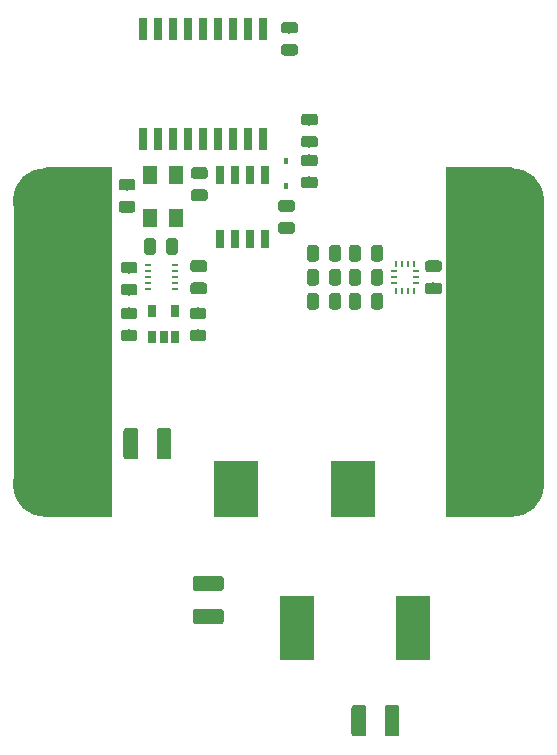
<source format=gbr>
G04 #@! TF.GenerationSoftware,KiCad,Pcbnew,(5.1.4)-1*
G04 #@! TF.CreationDate,2020-07-19T23:15:40-07:00*
G04 #@! TF.ProjectId,SkateLightMainBoard,536b6174-654c-4696-9768-744d61696e42,rev?*
G04 #@! TF.SameCoordinates,Original*
G04 #@! TF.FileFunction,Paste,Bot*
G04 #@! TF.FilePolarity,Positive*
%FSLAX46Y46*%
G04 Gerber Fmt 4.6, Leading zero omitted, Abs format (unit mm)*
G04 Created by KiCad (PCBNEW (5.1.4)-1) date 2020-07-19 23:15:40*
%MOMM*%
%LPD*%
G04 APERTURE LIST*
%ADD10R,0.650000X1.850000*%
%ADD11R,2.900000X5.400000*%
%ADD12R,3.800000X4.800000*%
%ADD13R,0.475000X0.250000*%
%ADD14R,0.250000X0.475000*%
%ADD15C,0.100000*%
%ADD16C,0.975000*%
%ADD17C,1.250000*%
%ADD18R,0.600000X0.250000*%
%ADD19C,5.588000*%
%ADD20R,5.588000X29.591000*%
%ADD21R,2.794000X24.003000*%
%ADD22R,0.450000X0.600000*%
%ADD23R,0.650000X1.500000*%
%ADD24R,0.650000X1.060000*%
%ADD25R,1.250000X1.600000*%
G04 APERTURE END LIST*
D10*
X-1313180Y15337660D03*
X-2583180Y15337660D03*
X-3853180Y15337660D03*
X-5123180Y15337660D03*
X-6393180Y15337660D03*
X-7663180Y15337660D03*
X-8933180Y15337660D03*
X-10203180Y15337660D03*
X-11473180Y15337660D03*
X-11473180Y24687660D03*
X-10203180Y24687660D03*
X-8933180Y24687660D03*
X-7663180Y24687660D03*
X-6393180Y24687660D03*
X-5123180Y24687660D03*
X-3853180Y24687660D03*
X-2583180Y24687660D03*
X-1313180Y24687660D03*
D11*
X1501600Y-26035000D03*
X11401600Y-26035000D03*
D12*
X-3657140Y-14224000D03*
X6242860Y-14224000D03*
D13*
X9771540Y4160720D03*
X9771540Y3660720D03*
X9771540Y3160720D03*
D14*
X9934040Y2498220D03*
X10434040Y2498220D03*
X10934040Y2498220D03*
X11434040Y2498220D03*
D13*
X11596540Y3160720D03*
X11596540Y3660720D03*
X11596540Y4160720D03*
D14*
X11434040Y4823220D03*
X10934040Y4823220D03*
X10434040Y4823220D03*
X9934040Y4823220D03*
D15*
G36*
X13577182Y5084546D02*
G01*
X13600843Y5081036D01*
X13624047Y5075224D01*
X13646569Y5067166D01*
X13668193Y5056938D01*
X13688710Y5044641D01*
X13707923Y5030391D01*
X13725647Y5014327D01*
X13741711Y4996603D01*
X13755961Y4977390D01*
X13768258Y4956873D01*
X13778486Y4935249D01*
X13786544Y4912727D01*
X13792356Y4889523D01*
X13795866Y4865862D01*
X13797040Y4841970D01*
X13797040Y4354470D01*
X13795866Y4330578D01*
X13792356Y4306917D01*
X13786544Y4283713D01*
X13778486Y4261191D01*
X13768258Y4239567D01*
X13755961Y4219050D01*
X13741711Y4199837D01*
X13725647Y4182113D01*
X13707923Y4166049D01*
X13688710Y4151799D01*
X13668193Y4139502D01*
X13646569Y4129274D01*
X13624047Y4121216D01*
X13600843Y4115404D01*
X13577182Y4111894D01*
X13553290Y4110720D01*
X12640790Y4110720D01*
X12616898Y4111894D01*
X12593237Y4115404D01*
X12570033Y4121216D01*
X12547511Y4129274D01*
X12525887Y4139502D01*
X12505370Y4151799D01*
X12486157Y4166049D01*
X12468433Y4182113D01*
X12452369Y4199837D01*
X12438119Y4219050D01*
X12425822Y4239567D01*
X12415594Y4261191D01*
X12407536Y4283713D01*
X12401724Y4306917D01*
X12398214Y4330578D01*
X12397040Y4354470D01*
X12397040Y4841970D01*
X12398214Y4865862D01*
X12401724Y4889523D01*
X12407536Y4912727D01*
X12415594Y4935249D01*
X12425822Y4956873D01*
X12438119Y4977390D01*
X12452369Y4996603D01*
X12468433Y5014327D01*
X12486157Y5030391D01*
X12505370Y5044641D01*
X12525887Y5056938D01*
X12547511Y5067166D01*
X12570033Y5075224D01*
X12593237Y5081036D01*
X12616898Y5084546D01*
X12640790Y5085720D01*
X13553290Y5085720D01*
X13577182Y5084546D01*
X13577182Y5084546D01*
G37*
D16*
X13097040Y4598220D03*
D15*
G36*
X13577182Y3209546D02*
G01*
X13600843Y3206036D01*
X13624047Y3200224D01*
X13646569Y3192166D01*
X13668193Y3181938D01*
X13688710Y3169641D01*
X13707923Y3155391D01*
X13725647Y3139327D01*
X13741711Y3121603D01*
X13755961Y3102390D01*
X13768258Y3081873D01*
X13778486Y3060249D01*
X13786544Y3037727D01*
X13792356Y3014523D01*
X13795866Y2990862D01*
X13797040Y2966970D01*
X13797040Y2479470D01*
X13795866Y2455578D01*
X13792356Y2431917D01*
X13786544Y2408713D01*
X13778486Y2386191D01*
X13768258Y2364567D01*
X13755961Y2344050D01*
X13741711Y2324837D01*
X13725647Y2307113D01*
X13707923Y2291049D01*
X13688710Y2276799D01*
X13668193Y2264502D01*
X13646569Y2254274D01*
X13624047Y2246216D01*
X13600843Y2240404D01*
X13577182Y2236894D01*
X13553290Y2235720D01*
X12640790Y2235720D01*
X12616898Y2236894D01*
X12593237Y2240404D01*
X12570033Y2246216D01*
X12547511Y2254274D01*
X12525887Y2264502D01*
X12505370Y2276799D01*
X12486157Y2291049D01*
X12468433Y2307113D01*
X12452369Y2324837D01*
X12438119Y2344050D01*
X12425822Y2364567D01*
X12415594Y2386191D01*
X12407536Y2408713D01*
X12401724Y2431917D01*
X12398214Y2455578D01*
X12397040Y2479470D01*
X12397040Y2966970D01*
X12398214Y2990862D01*
X12401724Y3014523D01*
X12407536Y3037727D01*
X12415594Y3060249D01*
X12425822Y3081873D01*
X12438119Y3102390D01*
X12452369Y3121603D01*
X12468433Y3139327D01*
X12486157Y3155391D01*
X12505370Y3169641D01*
X12525887Y3181938D01*
X12547511Y3192166D01*
X12570033Y3200224D01*
X12593237Y3206036D01*
X12616898Y3209546D01*
X12640790Y3210720D01*
X13553290Y3210720D01*
X13577182Y3209546D01*
X13577182Y3209546D01*
G37*
D16*
X13097040Y2723220D03*
D15*
G36*
X-9323156Y-9110524D02*
G01*
X-9298887Y-9114124D01*
X-9275089Y-9120085D01*
X-9251989Y-9128350D01*
X-9229811Y-9138840D01*
X-9208767Y-9151453D01*
X-9189062Y-9166067D01*
X-9170883Y-9182543D01*
X-9154407Y-9200722D01*
X-9139793Y-9220427D01*
X-9127180Y-9241471D01*
X-9116690Y-9263649D01*
X-9108425Y-9286749D01*
X-9102464Y-9310547D01*
X-9098864Y-9334816D01*
X-9097660Y-9359320D01*
X-9097660Y-11509320D01*
X-9098864Y-11533824D01*
X-9102464Y-11558093D01*
X-9108425Y-11581891D01*
X-9116690Y-11604991D01*
X-9127180Y-11627169D01*
X-9139793Y-11648213D01*
X-9154407Y-11667918D01*
X-9170883Y-11686097D01*
X-9189062Y-11702573D01*
X-9208767Y-11717187D01*
X-9229811Y-11729800D01*
X-9251989Y-11740290D01*
X-9275089Y-11748555D01*
X-9298887Y-11754516D01*
X-9323156Y-11758116D01*
X-9347660Y-11759320D01*
X-10097660Y-11759320D01*
X-10122164Y-11758116D01*
X-10146433Y-11754516D01*
X-10170231Y-11748555D01*
X-10193331Y-11740290D01*
X-10215509Y-11729800D01*
X-10236553Y-11717187D01*
X-10256258Y-11702573D01*
X-10274437Y-11686097D01*
X-10290913Y-11667918D01*
X-10305527Y-11648213D01*
X-10318140Y-11627169D01*
X-10328630Y-11604991D01*
X-10336895Y-11581891D01*
X-10342856Y-11558093D01*
X-10346456Y-11533824D01*
X-10347660Y-11509320D01*
X-10347660Y-9359320D01*
X-10346456Y-9334816D01*
X-10342856Y-9310547D01*
X-10336895Y-9286749D01*
X-10328630Y-9263649D01*
X-10318140Y-9241471D01*
X-10305527Y-9220427D01*
X-10290913Y-9200722D01*
X-10274437Y-9182543D01*
X-10256258Y-9166067D01*
X-10236553Y-9151453D01*
X-10215509Y-9138840D01*
X-10193331Y-9128350D01*
X-10170231Y-9120085D01*
X-10146433Y-9114124D01*
X-10122164Y-9110524D01*
X-10097660Y-9109320D01*
X-9347660Y-9109320D01*
X-9323156Y-9110524D01*
X-9323156Y-9110524D01*
G37*
D17*
X-9722660Y-10434320D03*
D15*
G36*
X-12123156Y-9110524D02*
G01*
X-12098887Y-9114124D01*
X-12075089Y-9120085D01*
X-12051989Y-9128350D01*
X-12029811Y-9138840D01*
X-12008767Y-9151453D01*
X-11989062Y-9166067D01*
X-11970883Y-9182543D01*
X-11954407Y-9200722D01*
X-11939793Y-9220427D01*
X-11927180Y-9241471D01*
X-11916690Y-9263649D01*
X-11908425Y-9286749D01*
X-11902464Y-9310547D01*
X-11898864Y-9334816D01*
X-11897660Y-9359320D01*
X-11897660Y-11509320D01*
X-11898864Y-11533824D01*
X-11902464Y-11558093D01*
X-11908425Y-11581891D01*
X-11916690Y-11604991D01*
X-11927180Y-11627169D01*
X-11939793Y-11648213D01*
X-11954407Y-11667918D01*
X-11970883Y-11686097D01*
X-11989062Y-11702573D01*
X-12008767Y-11717187D01*
X-12029811Y-11729800D01*
X-12051989Y-11740290D01*
X-12075089Y-11748555D01*
X-12098887Y-11754516D01*
X-12123156Y-11758116D01*
X-12147660Y-11759320D01*
X-12897660Y-11759320D01*
X-12922164Y-11758116D01*
X-12946433Y-11754516D01*
X-12970231Y-11748555D01*
X-12993331Y-11740290D01*
X-13015509Y-11729800D01*
X-13036553Y-11717187D01*
X-13056258Y-11702573D01*
X-13074437Y-11686097D01*
X-13090913Y-11667918D01*
X-13105527Y-11648213D01*
X-13118140Y-11627169D01*
X-13128630Y-11604991D01*
X-13136895Y-11581891D01*
X-13142856Y-11558093D01*
X-13146456Y-11533824D01*
X-13147660Y-11509320D01*
X-13147660Y-9359320D01*
X-13146456Y-9334816D01*
X-13142856Y-9310547D01*
X-13136895Y-9286749D01*
X-13128630Y-9263649D01*
X-13118140Y-9241471D01*
X-13105527Y-9220427D01*
X-13090913Y-9200722D01*
X-13074437Y-9182543D01*
X-13056258Y-9166067D01*
X-13036553Y-9151453D01*
X-13015509Y-9138840D01*
X-12993331Y-9128350D01*
X-12970231Y-9120085D01*
X-12946433Y-9114124D01*
X-12922164Y-9110524D01*
X-12897660Y-9109320D01*
X-12147660Y-9109320D01*
X-12123156Y-9110524D01*
X-12123156Y-9110524D01*
G37*
D17*
X-12522660Y-10434320D03*
D15*
G36*
X9975764Y-32564884D02*
G01*
X10000033Y-32568484D01*
X10023831Y-32574445D01*
X10046931Y-32582710D01*
X10069109Y-32593200D01*
X10090153Y-32605813D01*
X10109858Y-32620427D01*
X10128037Y-32636903D01*
X10144513Y-32655082D01*
X10159127Y-32674787D01*
X10171740Y-32695831D01*
X10182230Y-32718009D01*
X10190495Y-32741109D01*
X10196456Y-32764907D01*
X10200056Y-32789176D01*
X10201260Y-32813680D01*
X10201260Y-34963680D01*
X10200056Y-34988184D01*
X10196456Y-35012453D01*
X10190495Y-35036251D01*
X10182230Y-35059351D01*
X10171740Y-35081529D01*
X10159127Y-35102573D01*
X10144513Y-35122278D01*
X10128037Y-35140457D01*
X10109858Y-35156933D01*
X10090153Y-35171547D01*
X10069109Y-35184160D01*
X10046931Y-35194650D01*
X10023831Y-35202915D01*
X10000033Y-35208876D01*
X9975764Y-35212476D01*
X9951260Y-35213680D01*
X9201260Y-35213680D01*
X9176756Y-35212476D01*
X9152487Y-35208876D01*
X9128689Y-35202915D01*
X9105589Y-35194650D01*
X9083411Y-35184160D01*
X9062367Y-35171547D01*
X9042662Y-35156933D01*
X9024483Y-35140457D01*
X9008007Y-35122278D01*
X8993393Y-35102573D01*
X8980780Y-35081529D01*
X8970290Y-35059351D01*
X8962025Y-35036251D01*
X8956064Y-35012453D01*
X8952464Y-34988184D01*
X8951260Y-34963680D01*
X8951260Y-32813680D01*
X8952464Y-32789176D01*
X8956064Y-32764907D01*
X8962025Y-32741109D01*
X8970290Y-32718009D01*
X8980780Y-32695831D01*
X8993393Y-32674787D01*
X9008007Y-32655082D01*
X9024483Y-32636903D01*
X9042662Y-32620427D01*
X9062367Y-32605813D01*
X9083411Y-32593200D01*
X9105589Y-32582710D01*
X9128689Y-32574445D01*
X9152487Y-32568484D01*
X9176756Y-32564884D01*
X9201260Y-32563680D01*
X9951260Y-32563680D01*
X9975764Y-32564884D01*
X9975764Y-32564884D01*
G37*
D17*
X9576260Y-33888680D03*
D15*
G36*
X7175764Y-32564884D02*
G01*
X7200033Y-32568484D01*
X7223831Y-32574445D01*
X7246931Y-32582710D01*
X7269109Y-32593200D01*
X7290153Y-32605813D01*
X7309858Y-32620427D01*
X7328037Y-32636903D01*
X7344513Y-32655082D01*
X7359127Y-32674787D01*
X7371740Y-32695831D01*
X7382230Y-32718009D01*
X7390495Y-32741109D01*
X7396456Y-32764907D01*
X7400056Y-32789176D01*
X7401260Y-32813680D01*
X7401260Y-34963680D01*
X7400056Y-34988184D01*
X7396456Y-35012453D01*
X7390495Y-35036251D01*
X7382230Y-35059351D01*
X7371740Y-35081529D01*
X7359127Y-35102573D01*
X7344513Y-35122278D01*
X7328037Y-35140457D01*
X7309858Y-35156933D01*
X7290153Y-35171547D01*
X7269109Y-35184160D01*
X7246931Y-35194650D01*
X7223831Y-35202915D01*
X7200033Y-35208876D01*
X7175764Y-35212476D01*
X7151260Y-35213680D01*
X6401260Y-35213680D01*
X6376756Y-35212476D01*
X6352487Y-35208876D01*
X6328689Y-35202915D01*
X6305589Y-35194650D01*
X6283411Y-35184160D01*
X6262367Y-35171547D01*
X6242662Y-35156933D01*
X6224483Y-35140457D01*
X6208007Y-35122278D01*
X6193393Y-35102573D01*
X6180780Y-35081529D01*
X6170290Y-35059351D01*
X6162025Y-35036251D01*
X6156064Y-35012453D01*
X6152464Y-34988184D01*
X6151260Y-34963680D01*
X6151260Y-32813680D01*
X6152464Y-32789176D01*
X6156064Y-32764907D01*
X6162025Y-32741109D01*
X6170290Y-32718009D01*
X6180780Y-32695831D01*
X6193393Y-32674787D01*
X6208007Y-32655082D01*
X6224483Y-32636903D01*
X6242662Y-32620427D01*
X6262367Y-32605813D01*
X6283411Y-32593200D01*
X6305589Y-32582710D01*
X6328689Y-32574445D01*
X6352487Y-32568484D01*
X6376756Y-32564884D01*
X6401260Y-32563680D01*
X7151260Y-32563680D01*
X7175764Y-32564884D01*
X7175764Y-32564884D01*
G37*
D17*
X6776260Y-33888680D03*
D15*
G36*
X1130142Y10193826D02*
G01*
X1153803Y10190316D01*
X1177007Y10184504D01*
X1199529Y10176446D01*
X1221153Y10166218D01*
X1241670Y10153921D01*
X1260883Y10139671D01*
X1278607Y10123607D01*
X1294671Y10105883D01*
X1308921Y10086670D01*
X1321218Y10066153D01*
X1331446Y10044529D01*
X1339504Y10022007D01*
X1345316Y9998803D01*
X1348826Y9975142D01*
X1350000Y9951250D01*
X1350000Y9463750D01*
X1348826Y9439858D01*
X1345316Y9416197D01*
X1339504Y9392993D01*
X1331446Y9370471D01*
X1321218Y9348847D01*
X1308921Y9328330D01*
X1294671Y9309117D01*
X1278607Y9291393D01*
X1260883Y9275329D01*
X1241670Y9261079D01*
X1221153Y9248782D01*
X1199529Y9238554D01*
X1177007Y9230496D01*
X1153803Y9224684D01*
X1130142Y9221174D01*
X1106250Y9220000D01*
X193750Y9220000D01*
X169858Y9221174D01*
X146197Y9224684D01*
X122993Y9230496D01*
X100471Y9238554D01*
X78847Y9248782D01*
X58330Y9261079D01*
X39117Y9275329D01*
X21393Y9291393D01*
X5329Y9309117D01*
X-8921Y9328330D01*
X-21218Y9348847D01*
X-31446Y9370471D01*
X-39504Y9392993D01*
X-45316Y9416197D01*
X-48826Y9439858D01*
X-50000Y9463750D01*
X-50000Y9951250D01*
X-48826Y9975142D01*
X-45316Y9998803D01*
X-39504Y10022007D01*
X-31446Y10044529D01*
X-21218Y10066153D01*
X-8921Y10086670D01*
X5329Y10105883D01*
X21393Y10123607D01*
X39117Y10139671D01*
X58330Y10153921D01*
X78847Y10166218D01*
X100471Y10176446D01*
X122993Y10184504D01*
X146197Y10190316D01*
X169858Y10193826D01*
X193750Y10195000D01*
X1106250Y10195000D01*
X1130142Y10193826D01*
X1130142Y10193826D01*
G37*
D16*
X650000Y9707500D03*
D15*
G36*
X1130142Y8318826D02*
G01*
X1153803Y8315316D01*
X1177007Y8309504D01*
X1199529Y8301446D01*
X1221153Y8291218D01*
X1241670Y8278921D01*
X1260883Y8264671D01*
X1278607Y8248607D01*
X1294671Y8230883D01*
X1308921Y8211670D01*
X1321218Y8191153D01*
X1331446Y8169529D01*
X1339504Y8147007D01*
X1345316Y8123803D01*
X1348826Y8100142D01*
X1350000Y8076250D01*
X1350000Y7588750D01*
X1348826Y7564858D01*
X1345316Y7541197D01*
X1339504Y7517993D01*
X1331446Y7495471D01*
X1321218Y7473847D01*
X1308921Y7453330D01*
X1294671Y7434117D01*
X1278607Y7416393D01*
X1260883Y7400329D01*
X1241670Y7386079D01*
X1221153Y7373782D01*
X1199529Y7363554D01*
X1177007Y7355496D01*
X1153803Y7349684D01*
X1130142Y7346174D01*
X1106250Y7345000D01*
X193750Y7345000D01*
X169858Y7346174D01*
X146197Y7349684D01*
X122993Y7355496D01*
X100471Y7363554D01*
X78847Y7373782D01*
X58330Y7386079D01*
X39117Y7400329D01*
X21393Y7416393D01*
X5329Y7434117D01*
X-8921Y7453330D01*
X-21218Y7473847D01*
X-31446Y7495471D01*
X-39504Y7517993D01*
X-45316Y7541197D01*
X-48826Y7564858D01*
X-50000Y7588750D01*
X-50000Y8076250D01*
X-48826Y8100142D01*
X-45316Y8123803D01*
X-39504Y8147007D01*
X-31446Y8169529D01*
X-21218Y8191153D01*
X-8921Y8211670D01*
X5329Y8230883D01*
X21393Y8248607D01*
X39117Y8264671D01*
X58330Y8278921D01*
X78847Y8291218D01*
X100471Y8301446D01*
X122993Y8309504D01*
X146197Y8315316D01*
X169858Y8318826D01*
X193750Y8320000D01*
X1106250Y8320000D01*
X1130142Y8318826D01*
X1130142Y8318826D01*
G37*
D16*
X650000Y7832500D03*
D15*
G36*
X-12189858Y3098826D02*
G01*
X-12166197Y3095316D01*
X-12142993Y3089504D01*
X-12120471Y3081446D01*
X-12098847Y3071218D01*
X-12078330Y3058921D01*
X-12059117Y3044671D01*
X-12041393Y3028607D01*
X-12025329Y3010883D01*
X-12011079Y2991670D01*
X-11998782Y2971153D01*
X-11988554Y2949529D01*
X-11980496Y2927007D01*
X-11974684Y2903803D01*
X-11971174Y2880142D01*
X-11970000Y2856250D01*
X-11970000Y2368750D01*
X-11971174Y2344858D01*
X-11974684Y2321197D01*
X-11980496Y2297993D01*
X-11988554Y2275471D01*
X-11998782Y2253847D01*
X-12011079Y2233330D01*
X-12025329Y2214117D01*
X-12041393Y2196393D01*
X-12059117Y2180329D01*
X-12078330Y2166079D01*
X-12098847Y2153782D01*
X-12120471Y2143554D01*
X-12142993Y2135496D01*
X-12166197Y2129684D01*
X-12189858Y2126174D01*
X-12213750Y2125000D01*
X-13126250Y2125000D01*
X-13150142Y2126174D01*
X-13173803Y2129684D01*
X-13197007Y2135496D01*
X-13219529Y2143554D01*
X-13241153Y2153782D01*
X-13261670Y2166079D01*
X-13280883Y2180329D01*
X-13298607Y2196393D01*
X-13314671Y2214117D01*
X-13328921Y2233330D01*
X-13341218Y2253847D01*
X-13351446Y2275471D01*
X-13359504Y2297993D01*
X-13365316Y2321197D01*
X-13368826Y2344858D01*
X-13370000Y2368750D01*
X-13370000Y2856250D01*
X-13368826Y2880142D01*
X-13365316Y2903803D01*
X-13359504Y2927007D01*
X-13351446Y2949529D01*
X-13341218Y2971153D01*
X-13328921Y2991670D01*
X-13314671Y3010883D01*
X-13298607Y3028607D01*
X-13280883Y3044671D01*
X-13261670Y3058921D01*
X-13241153Y3071218D01*
X-13219529Y3081446D01*
X-13197007Y3089504D01*
X-13173803Y3095316D01*
X-13150142Y3098826D01*
X-13126250Y3100000D01*
X-12213750Y3100000D01*
X-12189858Y3098826D01*
X-12189858Y3098826D01*
G37*
D16*
X-12670000Y2612500D03*
D15*
G36*
X-12189858Y4973826D02*
G01*
X-12166197Y4970316D01*
X-12142993Y4964504D01*
X-12120471Y4956446D01*
X-12098847Y4946218D01*
X-12078330Y4933921D01*
X-12059117Y4919671D01*
X-12041393Y4903607D01*
X-12025329Y4885883D01*
X-12011079Y4866670D01*
X-11998782Y4846153D01*
X-11988554Y4824529D01*
X-11980496Y4802007D01*
X-11974684Y4778803D01*
X-11971174Y4755142D01*
X-11970000Y4731250D01*
X-11970000Y4243750D01*
X-11971174Y4219858D01*
X-11974684Y4196197D01*
X-11980496Y4172993D01*
X-11988554Y4150471D01*
X-11998782Y4128847D01*
X-12011079Y4108330D01*
X-12025329Y4089117D01*
X-12041393Y4071393D01*
X-12059117Y4055329D01*
X-12078330Y4041079D01*
X-12098847Y4028782D01*
X-12120471Y4018554D01*
X-12142993Y4010496D01*
X-12166197Y4004684D01*
X-12189858Y4001174D01*
X-12213750Y4000000D01*
X-13126250Y4000000D01*
X-13150142Y4001174D01*
X-13173803Y4004684D01*
X-13197007Y4010496D01*
X-13219529Y4018554D01*
X-13241153Y4028782D01*
X-13261670Y4041079D01*
X-13280883Y4055329D01*
X-13298607Y4071393D01*
X-13314671Y4089117D01*
X-13328921Y4108330D01*
X-13341218Y4128847D01*
X-13351446Y4150471D01*
X-13359504Y4172993D01*
X-13365316Y4196197D01*
X-13368826Y4219858D01*
X-13370000Y4243750D01*
X-13370000Y4731250D01*
X-13368826Y4755142D01*
X-13365316Y4778803D01*
X-13359504Y4802007D01*
X-13351446Y4824529D01*
X-13341218Y4846153D01*
X-13328921Y4866670D01*
X-13314671Y4885883D01*
X-13298607Y4903607D01*
X-13280883Y4919671D01*
X-13261670Y4933921D01*
X-13241153Y4946218D01*
X-13219529Y4956446D01*
X-13197007Y4964504D01*
X-13173803Y4970316D01*
X-13150142Y4973826D01*
X-13126250Y4975000D01*
X-12213750Y4975000D01*
X-12189858Y4973826D01*
X-12189858Y4973826D01*
G37*
D16*
X-12670000Y4487500D03*
D15*
G36*
X-6299858Y3218826D02*
G01*
X-6276197Y3215316D01*
X-6252993Y3209504D01*
X-6230471Y3201446D01*
X-6208847Y3191218D01*
X-6188330Y3178921D01*
X-6169117Y3164671D01*
X-6151393Y3148607D01*
X-6135329Y3130883D01*
X-6121079Y3111670D01*
X-6108782Y3091153D01*
X-6098554Y3069529D01*
X-6090496Y3047007D01*
X-6084684Y3023803D01*
X-6081174Y3000142D01*
X-6080000Y2976250D01*
X-6080000Y2488750D01*
X-6081174Y2464858D01*
X-6084684Y2441197D01*
X-6090496Y2417993D01*
X-6098554Y2395471D01*
X-6108782Y2373847D01*
X-6121079Y2353330D01*
X-6135329Y2334117D01*
X-6151393Y2316393D01*
X-6169117Y2300329D01*
X-6188330Y2286079D01*
X-6208847Y2273782D01*
X-6230471Y2263554D01*
X-6252993Y2255496D01*
X-6276197Y2249684D01*
X-6299858Y2246174D01*
X-6323750Y2245000D01*
X-7236250Y2245000D01*
X-7260142Y2246174D01*
X-7283803Y2249684D01*
X-7307007Y2255496D01*
X-7329529Y2263554D01*
X-7351153Y2273782D01*
X-7371670Y2286079D01*
X-7390883Y2300329D01*
X-7408607Y2316393D01*
X-7424671Y2334117D01*
X-7438921Y2353330D01*
X-7451218Y2373847D01*
X-7461446Y2395471D01*
X-7469504Y2417993D01*
X-7475316Y2441197D01*
X-7478826Y2464858D01*
X-7480000Y2488750D01*
X-7480000Y2976250D01*
X-7478826Y3000142D01*
X-7475316Y3023803D01*
X-7469504Y3047007D01*
X-7461446Y3069529D01*
X-7451218Y3091153D01*
X-7438921Y3111670D01*
X-7424671Y3130883D01*
X-7408607Y3148607D01*
X-7390883Y3164671D01*
X-7371670Y3178921D01*
X-7351153Y3191218D01*
X-7329529Y3201446D01*
X-7307007Y3209504D01*
X-7283803Y3215316D01*
X-7260142Y3218826D01*
X-7236250Y3220000D01*
X-6323750Y3220000D01*
X-6299858Y3218826D01*
X-6299858Y3218826D01*
G37*
D16*
X-6780000Y2732500D03*
D15*
G36*
X-6299858Y5093826D02*
G01*
X-6276197Y5090316D01*
X-6252993Y5084504D01*
X-6230471Y5076446D01*
X-6208847Y5066218D01*
X-6188330Y5053921D01*
X-6169117Y5039671D01*
X-6151393Y5023607D01*
X-6135329Y5005883D01*
X-6121079Y4986670D01*
X-6108782Y4966153D01*
X-6098554Y4944529D01*
X-6090496Y4922007D01*
X-6084684Y4898803D01*
X-6081174Y4875142D01*
X-6080000Y4851250D01*
X-6080000Y4363750D01*
X-6081174Y4339858D01*
X-6084684Y4316197D01*
X-6090496Y4292993D01*
X-6098554Y4270471D01*
X-6108782Y4248847D01*
X-6121079Y4228330D01*
X-6135329Y4209117D01*
X-6151393Y4191393D01*
X-6169117Y4175329D01*
X-6188330Y4161079D01*
X-6208847Y4148782D01*
X-6230471Y4138554D01*
X-6252993Y4130496D01*
X-6276197Y4124684D01*
X-6299858Y4121174D01*
X-6323750Y4120000D01*
X-7236250Y4120000D01*
X-7260142Y4121174D01*
X-7283803Y4124684D01*
X-7307007Y4130496D01*
X-7329529Y4138554D01*
X-7351153Y4148782D01*
X-7371670Y4161079D01*
X-7390883Y4175329D01*
X-7408607Y4191393D01*
X-7424671Y4209117D01*
X-7438921Y4228330D01*
X-7451218Y4248847D01*
X-7461446Y4270471D01*
X-7469504Y4292993D01*
X-7475316Y4316197D01*
X-7478826Y4339858D01*
X-7480000Y4363750D01*
X-7480000Y4851250D01*
X-7478826Y4875142D01*
X-7475316Y4898803D01*
X-7469504Y4922007D01*
X-7461446Y4944529D01*
X-7451218Y4966153D01*
X-7438921Y4986670D01*
X-7424671Y5005883D01*
X-7408607Y5023607D01*
X-7390883Y5039671D01*
X-7371670Y5053921D01*
X-7351153Y5066218D01*
X-7329529Y5076446D01*
X-7307007Y5084504D01*
X-7283803Y5090316D01*
X-7260142Y5093826D01*
X-7236250Y5095000D01*
X-6323750Y5095000D01*
X-6299858Y5093826D01*
X-6299858Y5093826D01*
G37*
D16*
X-6780000Y4607500D03*
D15*
G36*
X-10639858Y6978826D02*
G01*
X-10616197Y6975316D01*
X-10592993Y6969504D01*
X-10570471Y6961446D01*
X-10548847Y6951218D01*
X-10528330Y6938921D01*
X-10509117Y6924671D01*
X-10491393Y6908607D01*
X-10475329Y6890883D01*
X-10461079Y6871670D01*
X-10448782Y6851153D01*
X-10438554Y6829529D01*
X-10430496Y6807007D01*
X-10424684Y6783803D01*
X-10421174Y6760142D01*
X-10420000Y6736250D01*
X-10420000Y5823750D01*
X-10421174Y5799858D01*
X-10424684Y5776197D01*
X-10430496Y5752993D01*
X-10438554Y5730471D01*
X-10448782Y5708847D01*
X-10461079Y5688330D01*
X-10475329Y5669117D01*
X-10491393Y5651393D01*
X-10509117Y5635329D01*
X-10528330Y5621079D01*
X-10548847Y5608782D01*
X-10570471Y5598554D01*
X-10592993Y5590496D01*
X-10616197Y5584684D01*
X-10639858Y5581174D01*
X-10663750Y5580000D01*
X-11151250Y5580000D01*
X-11175142Y5581174D01*
X-11198803Y5584684D01*
X-11222007Y5590496D01*
X-11244529Y5598554D01*
X-11266153Y5608782D01*
X-11286670Y5621079D01*
X-11305883Y5635329D01*
X-11323607Y5651393D01*
X-11339671Y5669117D01*
X-11353921Y5688330D01*
X-11366218Y5708847D01*
X-11376446Y5730471D01*
X-11384504Y5752993D01*
X-11390316Y5776197D01*
X-11393826Y5799858D01*
X-11395000Y5823750D01*
X-11395000Y6736250D01*
X-11393826Y6760142D01*
X-11390316Y6783803D01*
X-11384504Y6807007D01*
X-11376446Y6829529D01*
X-11366218Y6851153D01*
X-11353921Y6871670D01*
X-11339671Y6890883D01*
X-11323607Y6908607D01*
X-11305883Y6924671D01*
X-11286670Y6938921D01*
X-11266153Y6951218D01*
X-11244529Y6961446D01*
X-11222007Y6969504D01*
X-11198803Y6975316D01*
X-11175142Y6978826D01*
X-11151250Y6980000D01*
X-10663750Y6980000D01*
X-10639858Y6978826D01*
X-10639858Y6978826D01*
G37*
D16*
X-10907500Y6280000D03*
D15*
G36*
X-8764858Y6978826D02*
G01*
X-8741197Y6975316D01*
X-8717993Y6969504D01*
X-8695471Y6961446D01*
X-8673847Y6951218D01*
X-8653330Y6938921D01*
X-8634117Y6924671D01*
X-8616393Y6908607D01*
X-8600329Y6890883D01*
X-8586079Y6871670D01*
X-8573782Y6851153D01*
X-8563554Y6829529D01*
X-8555496Y6807007D01*
X-8549684Y6783803D01*
X-8546174Y6760142D01*
X-8545000Y6736250D01*
X-8545000Y5823750D01*
X-8546174Y5799858D01*
X-8549684Y5776197D01*
X-8555496Y5752993D01*
X-8563554Y5730471D01*
X-8573782Y5708847D01*
X-8586079Y5688330D01*
X-8600329Y5669117D01*
X-8616393Y5651393D01*
X-8634117Y5635329D01*
X-8653330Y5621079D01*
X-8673847Y5608782D01*
X-8695471Y5598554D01*
X-8717993Y5590496D01*
X-8741197Y5584684D01*
X-8764858Y5581174D01*
X-8788750Y5580000D01*
X-9276250Y5580000D01*
X-9300142Y5581174D01*
X-9323803Y5584684D01*
X-9347007Y5590496D01*
X-9369529Y5598554D01*
X-9391153Y5608782D01*
X-9411670Y5621079D01*
X-9430883Y5635329D01*
X-9448607Y5651393D01*
X-9464671Y5669117D01*
X-9478921Y5688330D01*
X-9491218Y5708847D01*
X-9501446Y5730471D01*
X-9509504Y5752993D01*
X-9515316Y5776197D01*
X-9518826Y5799858D01*
X-9520000Y5823750D01*
X-9520000Y6736250D01*
X-9518826Y6760142D01*
X-9515316Y6783803D01*
X-9509504Y6807007D01*
X-9501446Y6829529D01*
X-9491218Y6851153D01*
X-9478921Y6871670D01*
X-9464671Y6890883D01*
X-9448607Y6908607D01*
X-9430883Y6924671D01*
X-9411670Y6938921D01*
X-9391153Y6951218D01*
X-9369529Y6961446D01*
X-9347007Y6969504D01*
X-9323803Y6975316D01*
X-9300142Y6978826D01*
X-9276250Y6980000D01*
X-8788750Y6980000D01*
X-8764858Y6978826D01*
X-8764858Y6978826D01*
G37*
D16*
X-9032500Y6280000D03*
D18*
X-8806000Y4686000D03*
X-8806000Y4186000D03*
X-8806000Y3686000D03*
X-8806000Y3186000D03*
X-8806000Y2686000D03*
X-11106000Y2686000D03*
X-11106000Y3186000D03*
X-11106000Y3686000D03*
X-11106000Y4186000D03*
X-11106000Y4686000D03*
D19*
X-19685000Y10160000D03*
X-19685000Y-13843000D03*
D20*
X-16954500Y-1841500D03*
D21*
X-21082000Y-1841500D03*
D19*
X19685000Y10160000D03*
X19685000Y-13843000D03*
D20*
X16954500Y-1841500D03*
D21*
X21082000Y-1841500D03*
D15*
G36*
X3076762Y12175806D02*
G01*
X3100423Y12172296D01*
X3123627Y12166484D01*
X3146149Y12158426D01*
X3167773Y12148198D01*
X3188290Y12135901D01*
X3207503Y12121651D01*
X3225227Y12105587D01*
X3241291Y12087863D01*
X3255541Y12068650D01*
X3267838Y12048133D01*
X3278066Y12026509D01*
X3286124Y12003987D01*
X3291936Y11980783D01*
X3295446Y11957122D01*
X3296620Y11933230D01*
X3296620Y11445730D01*
X3295446Y11421838D01*
X3291936Y11398177D01*
X3286124Y11374973D01*
X3278066Y11352451D01*
X3267838Y11330827D01*
X3255541Y11310310D01*
X3241291Y11291097D01*
X3225227Y11273373D01*
X3207503Y11257309D01*
X3188290Y11243059D01*
X3167773Y11230762D01*
X3146149Y11220534D01*
X3123627Y11212476D01*
X3100423Y11206664D01*
X3076762Y11203154D01*
X3052870Y11201980D01*
X2140370Y11201980D01*
X2116478Y11203154D01*
X2092817Y11206664D01*
X2069613Y11212476D01*
X2047091Y11220534D01*
X2025467Y11230762D01*
X2004950Y11243059D01*
X1985737Y11257309D01*
X1968013Y11273373D01*
X1951949Y11291097D01*
X1937699Y11310310D01*
X1925402Y11330827D01*
X1915174Y11352451D01*
X1907116Y11374973D01*
X1901304Y11398177D01*
X1897794Y11421838D01*
X1896620Y11445730D01*
X1896620Y11933230D01*
X1897794Y11957122D01*
X1901304Y11980783D01*
X1907116Y12003987D01*
X1915174Y12026509D01*
X1925402Y12048133D01*
X1937699Y12068650D01*
X1951949Y12087863D01*
X1968013Y12105587D01*
X1985737Y12121651D01*
X2004950Y12135901D01*
X2025467Y12148198D01*
X2047091Y12158426D01*
X2069613Y12166484D01*
X2092817Y12172296D01*
X2116478Y12175806D01*
X2140370Y12176980D01*
X3052870Y12176980D01*
X3076762Y12175806D01*
X3076762Y12175806D01*
G37*
D16*
X2596620Y11689480D03*
D15*
G36*
X3076762Y14050806D02*
G01*
X3100423Y14047296D01*
X3123627Y14041484D01*
X3146149Y14033426D01*
X3167773Y14023198D01*
X3188290Y14010901D01*
X3207503Y13996651D01*
X3225227Y13980587D01*
X3241291Y13962863D01*
X3255541Y13943650D01*
X3267838Y13923133D01*
X3278066Y13901509D01*
X3286124Y13878987D01*
X3291936Y13855783D01*
X3295446Y13832122D01*
X3296620Y13808230D01*
X3296620Y13320730D01*
X3295446Y13296838D01*
X3291936Y13273177D01*
X3286124Y13249973D01*
X3278066Y13227451D01*
X3267838Y13205827D01*
X3255541Y13185310D01*
X3241291Y13166097D01*
X3225227Y13148373D01*
X3207503Y13132309D01*
X3188290Y13118059D01*
X3167773Y13105762D01*
X3146149Y13095534D01*
X3123627Y13087476D01*
X3100423Y13081664D01*
X3076762Y13078154D01*
X3052870Y13076980D01*
X2140370Y13076980D01*
X2116478Y13078154D01*
X2092817Y13081664D01*
X2069613Y13087476D01*
X2047091Y13095534D01*
X2025467Y13105762D01*
X2004950Y13118059D01*
X1985737Y13132309D01*
X1968013Y13148373D01*
X1951949Y13166097D01*
X1937699Y13185310D01*
X1925402Y13205827D01*
X1915174Y13227451D01*
X1907116Y13249973D01*
X1901304Y13273177D01*
X1897794Y13296838D01*
X1896620Y13320730D01*
X1896620Y13808230D01*
X1897794Y13832122D01*
X1901304Y13855783D01*
X1907116Y13878987D01*
X1915174Y13901509D01*
X1925402Y13923133D01*
X1937699Y13943650D01*
X1951949Y13962863D01*
X1968013Y13980587D01*
X1985737Y13996651D01*
X2004950Y14010901D01*
X2025467Y14023198D01*
X2047091Y14033426D01*
X2069613Y14041484D01*
X2092817Y14047296D01*
X2116478Y14050806D01*
X2140370Y14051980D01*
X3052870Y14051980D01*
X3076762Y14050806D01*
X3076762Y14050806D01*
G37*
D16*
X2596620Y13564480D03*
D15*
G36*
X3076762Y17498306D02*
G01*
X3100423Y17494796D01*
X3123627Y17488984D01*
X3146149Y17480926D01*
X3167773Y17470698D01*
X3188290Y17458401D01*
X3207503Y17444151D01*
X3225227Y17428087D01*
X3241291Y17410363D01*
X3255541Y17391150D01*
X3267838Y17370633D01*
X3278066Y17349009D01*
X3286124Y17326487D01*
X3291936Y17303283D01*
X3295446Y17279622D01*
X3296620Y17255730D01*
X3296620Y16768230D01*
X3295446Y16744338D01*
X3291936Y16720677D01*
X3286124Y16697473D01*
X3278066Y16674951D01*
X3267838Y16653327D01*
X3255541Y16632810D01*
X3241291Y16613597D01*
X3225227Y16595873D01*
X3207503Y16579809D01*
X3188290Y16565559D01*
X3167773Y16553262D01*
X3146149Y16543034D01*
X3123627Y16534976D01*
X3100423Y16529164D01*
X3076762Y16525654D01*
X3052870Y16524480D01*
X2140370Y16524480D01*
X2116478Y16525654D01*
X2092817Y16529164D01*
X2069613Y16534976D01*
X2047091Y16543034D01*
X2025467Y16553262D01*
X2004950Y16565559D01*
X1985737Y16579809D01*
X1968013Y16595873D01*
X1951949Y16613597D01*
X1937699Y16632810D01*
X1925402Y16653327D01*
X1915174Y16674951D01*
X1907116Y16697473D01*
X1901304Y16720677D01*
X1897794Y16744338D01*
X1896620Y16768230D01*
X1896620Y17255730D01*
X1897794Y17279622D01*
X1901304Y17303283D01*
X1907116Y17326487D01*
X1915174Y17349009D01*
X1925402Y17370633D01*
X1937699Y17391150D01*
X1951949Y17410363D01*
X1968013Y17428087D01*
X1985737Y17444151D01*
X2004950Y17458401D01*
X2025467Y17470698D01*
X2047091Y17480926D01*
X2069613Y17488984D01*
X2092817Y17494796D01*
X2116478Y17498306D01*
X2140370Y17499480D01*
X3052870Y17499480D01*
X3076762Y17498306D01*
X3076762Y17498306D01*
G37*
D16*
X2596620Y17011980D03*
D15*
G36*
X3076762Y15623306D02*
G01*
X3100423Y15619796D01*
X3123627Y15613984D01*
X3146149Y15605926D01*
X3167773Y15595698D01*
X3188290Y15583401D01*
X3207503Y15569151D01*
X3225227Y15553087D01*
X3241291Y15535363D01*
X3255541Y15516150D01*
X3267838Y15495633D01*
X3278066Y15474009D01*
X3286124Y15451487D01*
X3291936Y15428283D01*
X3295446Y15404622D01*
X3296620Y15380730D01*
X3296620Y14893230D01*
X3295446Y14869338D01*
X3291936Y14845677D01*
X3286124Y14822473D01*
X3278066Y14799951D01*
X3267838Y14778327D01*
X3255541Y14757810D01*
X3241291Y14738597D01*
X3225227Y14720873D01*
X3207503Y14704809D01*
X3188290Y14690559D01*
X3167773Y14678262D01*
X3146149Y14668034D01*
X3123627Y14659976D01*
X3100423Y14654164D01*
X3076762Y14650654D01*
X3052870Y14649480D01*
X2140370Y14649480D01*
X2116478Y14650654D01*
X2092817Y14654164D01*
X2069613Y14659976D01*
X2047091Y14668034D01*
X2025467Y14678262D01*
X2004950Y14690559D01*
X1985737Y14704809D01*
X1968013Y14720873D01*
X1951949Y14738597D01*
X1937699Y14757810D01*
X1925402Y14778327D01*
X1915174Y14799951D01*
X1907116Y14822473D01*
X1901304Y14845677D01*
X1897794Y14869338D01*
X1896620Y14893230D01*
X1896620Y15380730D01*
X1897794Y15404622D01*
X1901304Y15428283D01*
X1907116Y15451487D01*
X1915174Y15474009D01*
X1925402Y15495633D01*
X1937699Y15516150D01*
X1951949Y15535363D01*
X1968013Y15553087D01*
X1985737Y15569151D01*
X2004950Y15583401D01*
X2025467Y15595698D01*
X2047091Y15605926D01*
X2069613Y15613984D01*
X2092817Y15619796D01*
X2116478Y15623306D01*
X2140370Y15624480D01*
X3052870Y15624480D01*
X3076762Y15623306D01*
X3076762Y15623306D01*
G37*
D16*
X2596620Y15136980D03*
D22*
X616620Y13514480D03*
X616620Y11414480D03*
D15*
G36*
X-6354858Y-780754D02*
G01*
X-6331197Y-784264D01*
X-6307993Y-790076D01*
X-6285471Y-798134D01*
X-6263847Y-808362D01*
X-6243330Y-820659D01*
X-6224117Y-834909D01*
X-6206393Y-850973D01*
X-6190329Y-868697D01*
X-6176079Y-887910D01*
X-6163782Y-908427D01*
X-6153554Y-930051D01*
X-6145496Y-952573D01*
X-6139684Y-975777D01*
X-6136174Y-999438D01*
X-6135000Y-1023330D01*
X-6135000Y-1510830D01*
X-6136174Y-1534722D01*
X-6139684Y-1558383D01*
X-6145496Y-1581587D01*
X-6153554Y-1604109D01*
X-6163782Y-1625733D01*
X-6176079Y-1646250D01*
X-6190329Y-1665463D01*
X-6206393Y-1683187D01*
X-6224117Y-1699251D01*
X-6243330Y-1713501D01*
X-6263847Y-1725798D01*
X-6285471Y-1736026D01*
X-6307993Y-1744084D01*
X-6331197Y-1749896D01*
X-6354858Y-1753406D01*
X-6378750Y-1754580D01*
X-7291250Y-1754580D01*
X-7315142Y-1753406D01*
X-7338803Y-1749896D01*
X-7362007Y-1744084D01*
X-7384529Y-1736026D01*
X-7406153Y-1725798D01*
X-7426670Y-1713501D01*
X-7445883Y-1699251D01*
X-7463607Y-1683187D01*
X-7479671Y-1665463D01*
X-7493921Y-1646250D01*
X-7506218Y-1625733D01*
X-7516446Y-1604109D01*
X-7524504Y-1581587D01*
X-7530316Y-1558383D01*
X-7533826Y-1534722D01*
X-7535000Y-1510830D01*
X-7535000Y-1023330D01*
X-7533826Y-999438D01*
X-7530316Y-975777D01*
X-7524504Y-952573D01*
X-7516446Y-930051D01*
X-7506218Y-908427D01*
X-7493921Y-887910D01*
X-7479671Y-868697D01*
X-7463607Y-850973D01*
X-7445883Y-834909D01*
X-7426670Y-820659D01*
X-7406153Y-808362D01*
X-7384529Y-798134D01*
X-7362007Y-790076D01*
X-7338803Y-784264D01*
X-7315142Y-780754D01*
X-7291250Y-779580D01*
X-6378750Y-779580D01*
X-6354858Y-780754D01*
X-6354858Y-780754D01*
G37*
D16*
X-6835000Y-1267080D03*
D15*
G36*
X-6354858Y1094246D02*
G01*
X-6331197Y1090736D01*
X-6307993Y1084924D01*
X-6285471Y1076866D01*
X-6263847Y1066638D01*
X-6243330Y1054341D01*
X-6224117Y1040091D01*
X-6206393Y1024027D01*
X-6190329Y1006303D01*
X-6176079Y987090D01*
X-6163782Y966573D01*
X-6153554Y944949D01*
X-6145496Y922427D01*
X-6139684Y899223D01*
X-6136174Y875562D01*
X-6135000Y851670D01*
X-6135000Y364170D01*
X-6136174Y340278D01*
X-6139684Y316617D01*
X-6145496Y293413D01*
X-6153554Y270891D01*
X-6163782Y249267D01*
X-6176079Y228750D01*
X-6190329Y209537D01*
X-6206393Y191813D01*
X-6224117Y175749D01*
X-6243330Y161499D01*
X-6263847Y149202D01*
X-6285471Y138974D01*
X-6307993Y130916D01*
X-6331197Y125104D01*
X-6354858Y121594D01*
X-6378750Y120420D01*
X-7291250Y120420D01*
X-7315142Y121594D01*
X-7338803Y125104D01*
X-7362007Y130916D01*
X-7384529Y138974D01*
X-7406153Y149202D01*
X-7426670Y161499D01*
X-7445883Y175749D01*
X-7463607Y191813D01*
X-7479671Y209537D01*
X-7493921Y228750D01*
X-7506218Y249267D01*
X-7516446Y270891D01*
X-7524504Y293413D01*
X-7530316Y316617D01*
X-7533826Y340278D01*
X-7535000Y364170D01*
X-7535000Y851670D01*
X-7533826Y875562D01*
X-7530316Y899223D01*
X-7524504Y922427D01*
X-7516446Y944949D01*
X-7506218Y966573D01*
X-7493921Y987090D01*
X-7479671Y1006303D01*
X-7463607Y1024027D01*
X-7445883Y1040091D01*
X-7426670Y1054341D01*
X-7406153Y1066638D01*
X-7384529Y1076866D01*
X-7362007Y1084924D01*
X-7338803Y1090736D01*
X-7315142Y1094246D01*
X-7291250Y1095420D01*
X-6378750Y1095420D01*
X-6354858Y1094246D01*
X-6354858Y1094246D01*
G37*
D16*
X-6835000Y607920D03*
D15*
G36*
X-12369858Y11983826D02*
G01*
X-12346197Y11980316D01*
X-12322993Y11974504D01*
X-12300471Y11966446D01*
X-12278847Y11956218D01*
X-12258330Y11943921D01*
X-12239117Y11929671D01*
X-12221393Y11913607D01*
X-12205329Y11895883D01*
X-12191079Y11876670D01*
X-12178782Y11856153D01*
X-12168554Y11834529D01*
X-12160496Y11812007D01*
X-12154684Y11788803D01*
X-12151174Y11765142D01*
X-12150000Y11741250D01*
X-12150000Y11253750D01*
X-12151174Y11229858D01*
X-12154684Y11206197D01*
X-12160496Y11182993D01*
X-12168554Y11160471D01*
X-12178782Y11138847D01*
X-12191079Y11118330D01*
X-12205329Y11099117D01*
X-12221393Y11081393D01*
X-12239117Y11065329D01*
X-12258330Y11051079D01*
X-12278847Y11038782D01*
X-12300471Y11028554D01*
X-12322993Y11020496D01*
X-12346197Y11014684D01*
X-12369858Y11011174D01*
X-12393750Y11010000D01*
X-13306250Y11010000D01*
X-13330142Y11011174D01*
X-13353803Y11014684D01*
X-13377007Y11020496D01*
X-13399529Y11028554D01*
X-13421153Y11038782D01*
X-13441670Y11051079D01*
X-13460883Y11065329D01*
X-13478607Y11081393D01*
X-13494671Y11099117D01*
X-13508921Y11118330D01*
X-13521218Y11138847D01*
X-13531446Y11160471D01*
X-13539504Y11182993D01*
X-13545316Y11206197D01*
X-13548826Y11229858D01*
X-13550000Y11253750D01*
X-13550000Y11741250D01*
X-13548826Y11765142D01*
X-13545316Y11788803D01*
X-13539504Y11812007D01*
X-13531446Y11834529D01*
X-13521218Y11856153D01*
X-13508921Y11876670D01*
X-13494671Y11895883D01*
X-13478607Y11913607D01*
X-13460883Y11929671D01*
X-13441670Y11943921D01*
X-13421153Y11956218D01*
X-13399529Y11966446D01*
X-13377007Y11974504D01*
X-13353803Y11980316D01*
X-13330142Y11983826D01*
X-13306250Y11985000D01*
X-12393750Y11985000D01*
X-12369858Y11983826D01*
X-12369858Y11983826D01*
G37*
D16*
X-12850000Y11497500D03*
D15*
G36*
X-12369858Y10108826D02*
G01*
X-12346197Y10105316D01*
X-12322993Y10099504D01*
X-12300471Y10091446D01*
X-12278847Y10081218D01*
X-12258330Y10068921D01*
X-12239117Y10054671D01*
X-12221393Y10038607D01*
X-12205329Y10020883D01*
X-12191079Y10001670D01*
X-12178782Y9981153D01*
X-12168554Y9959529D01*
X-12160496Y9937007D01*
X-12154684Y9913803D01*
X-12151174Y9890142D01*
X-12150000Y9866250D01*
X-12150000Y9378750D01*
X-12151174Y9354858D01*
X-12154684Y9331197D01*
X-12160496Y9307993D01*
X-12168554Y9285471D01*
X-12178782Y9263847D01*
X-12191079Y9243330D01*
X-12205329Y9224117D01*
X-12221393Y9206393D01*
X-12239117Y9190329D01*
X-12258330Y9176079D01*
X-12278847Y9163782D01*
X-12300471Y9153554D01*
X-12322993Y9145496D01*
X-12346197Y9139684D01*
X-12369858Y9136174D01*
X-12393750Y9135000D01*
X-13306250Y9135000D01*
X-13330142Y9136174D01*
X-13353803Y9139684D01*
X-13377007Y9145496D01*
X-13399529Y9153554D01*
X-13421153Y9163782D01*
X-13441670Y9176079D01*
X-13460883Y9190329D01*
X-13478607Y9206393D01*
X-13494671Y9224117D01*
X-13508921Y9243330D01*
X-13521218Y9263847D01*
X-13531446Y9285471D01*
X-13539504Y9307993D01*
X-13545316Y9331197D01*
X-13548826Y9354858D01*
X-13550000Y9378750D01*
X-13550000Y9866250D01*
X-13548826Y9890142D01*
X-13545316Y9913803D01*
X-13539504Y9937007D01*
X-13531446Y9959529D01*
X-13521218Y9981153D01*
X-13508921Y10001670D01*
X-13494671Y10020883D01*
X-13478607Y10038607D01*
X-13460883Y10054671D01*
X-13441670Y10068921D01*
X-13421153Y10081218D01*
X-13399529Y10091446D01*
X-13377007Y10099504D01*
X-13353803Y10105316D01*
X-13330142Y10108826D01*
X-13306250Y10110000D01*
X-12393750Y10110000D01*
X-12369858Y10108826D01*
X-12369858Y10108826D01*
G37*
D16*
X-12850000Y9622500D03*
D15*
G36*
X-6249858Y11098826D02*
G01*
X-6226197Y11095316D01*
X-6202993Y11089504D01*
X-6180471Y11081446D01*
X-6158847Y11071218D01*
X-6138330Y11058921D01*
X-6119117Y11044671D01*
X-6101393Y11028607D01*
X-6085329Y11010883D01*
X-6071079Y10991670D01*
X-6058782Y10971153D01*
X-6048554Y10949529D01*
X-6040496Y10927007D01*
X-6034684Y10903803D01*
X-6031174Y10880142D01*
X-6030000Y10856250D01*
X-6030000Y10368750D01*
X-6031174Y10344858D01*
X-6034684Y10321197D01*
X-6040496Y10297993D01*
X-6048554Y10275471D01*
X-6058782Y10253847D01*
X-6071079Y10233330D01*
X-6085329Y10214117D01*
X-6101393Y10196393D01*
X-6119117Y10180329D01*
X-6138330Y10166079D01*
X-6158847Y10153782D01*
X-6180471Y10143554D01*
X-6202993Y10135496D01*
X-6226197Y10129684D01*
X-6249858Y10126174D01*
X-6273750Y10125000D01*
X-7186250Y10125000D01*
X-7210142Y10126174D01*
X-7233803Y10129684D01*
X-7257007Y10135496D01*
X-7279529Y10143554D01*
X-7301153Y10153782D01*
X-7321670Y10166079D01*
X-7340883Y10180329D01*
X-7358607Y10196393D01*
X-7374671Y10214117D01*
X-7388921Y10233330D01*
X-7401218Y10253847D01*
X-7411446Y10275471D01*
X-7419504Y10297993D01*
X-7425316Y10321197D01*
X-7428826Y10344858D01*
X-7430000Y10368750D01*
X-7430000Y10856250D01*
X-7428826Y10880142D01*
X-7425316Y10903803D01*
X-7419504Y10927007D01*
X-7411446Y10949529D01*
X-7401218Y10971153D01*
X-7388921Y10991670D01*
X-7374671Y11010883D01*
X-7358607Y11028607D01*
X-7340883Y11044671D01*
X-7321670Y11058921D01*
X-7301153Y11071218D01*
X-7279529Y11081446D01*
X-7257007Y11089504D01*
X-7233803Y11095316D01*
X-7210142Y11098826D01*
X-7186250Y11100000D01*
X-6273750Y11100000D01*
X-6249858Y11098826D01*
X-6249858Y11098826D01*
G37*
D16*
X-6730000Y10612500D03*
D15*
G36*
X-6249858Y12973826D02*
G01*
X-6226197Y12970316D01*
X-6202993Y12964504D01*
X-6180471Y12956446D01*
X-6158847Y12946218D01*
X-6138330Y12933921D01*
X-6119117Y12919671D01*
X-6101393Y12903607D01*
X-6085329Y12885883D01*
X-6071079Y12866670D01*
X-6058782Y12846153D01*
X-6048554Y12824529D01*
X-6040496Y12802007D01*
X-6034684Y12778803D01*
X-6031174Y12755142D01*
X-6030000Y12731250D01*
X-6030000Y12243750D01*
X-6031174Y12219858D01*
X-6034684Y12196197D01*
X-6040496Y12172993D01*
X-6048554Y12150471D01*
X-6058782Y12128847D01*
X-6071079Y12108330D01*
X-6085329Y12089117D01*
X-6101393Y12071393D01*
X-6119117Y12055329D01*
X-6138330Y12041079D01*
X-6158847Y12028782D01*
X-6180471Y12018554D01*
X-6202993Y12010496D01*
X-6226197Y12004684D01*
X-6249858Y12001174D01*
X-6273750Y12000000D01*
X-7186250Y12000000D01*
X-7210142Y12001174D01*
X-7233803Y12004684D01*
X-7257007Y12010496D01*
X-7279529Y12018554D01*
X-7301153Y12028782D01*
X-7321670Y12041079D01*
X-7340883Y12055329D01*
X-7358607Y12071393D01*
X-7374671Y12089117D01*
X-7388921Y12108330D01*
X-7401218Y12128847D01*
X-7411446Y12150471D01*
X-7419504Y12172993D01*
X-7425316Y12196197D01*
X-7428826Y12219858D01*
X-7430000Y12243750D01*
X-7430000Y12731250D01*
X-7428826Y12755142D01*
X-7425316Y12778803D01*
X-7419504Y12802007D01*
X-7411446Y12824529D01*
X-7401218Y12846153D01*
X-7388921Y12866670D01*
X-7374671Y12885883D01*
X-7358607Y12903607D01*
X-7340883Y12919671D01*
X-7321670Y12933921D01*
X-7301153Y12946218D01*
X-7279529Y12956446D01*
X-7257007Y12964504D01*
X-7233803Y12970316D01*
X-7210142Y12973826D01*
X-7186250Y12975000D01*
X-6273750Y12975000D01*
X-6249858Y12973826D01*
X-6249858Y12973826D01*
G37*
D16*
X-6730000Y12487500D03*
D15*
G36*
X-4880496Y-21646204D02*
G01*
X-4856227Y-21649804D01*
X-4832429Y-21655765D01*
X-4809329Y-21664030D01*
X-4787151Y-21674520D01*
X-4766107Y-21687133D01*
X-4746402Y-21701747D01*
X-4728223Y-21718223D01*
X-4711747Y-21736402D01*
X-4697133Y-21756107D01*
X-4684520Y-21777151D01*
X-4674030Y-21799329D01*
X-4665765Y-21822429D01*
X-4659804Y-21846227D01*
X-4656204Y-21870496D01*
X-4655000Y-21895000D01*
X-4655000Y-22645000D01*
X-4656204Y-22669504D01*
X-4659804Y-22693773D01*
X-4665765Y-22717571D01*
X-4674030Y-22740671D01*
X-4684520Y-22762849D01*
X-4697133Y-22783893D01*
X-4711747Y-22803598D01*
X-4728223Y-22821777D01*
X-4746402Y-22838253D01*
X-4766107Y-22852867D01*
X-4787151Y-22865480D01*
X-4809329Y-22875970D01*
X-4832429Y-22884235D01*
X-4856227Y-22890196D01*
X-4880496Y-22893796D01*
X-4905000Y-22895000D01*
X-7055000Y-22895000D01*
X-7079504Y-22893796D01*
X-7103773Y-22890196D01*
X-7127571Y-22884235D01*
X-7150671Y-22875970D01*
X-7172849Y-22865480D01*
X-7193893Y-22852867D01*
X-7213598Y-22838253D01*
X-7231777Y-22821777D01*
X-7248253Y-22803598D01*
X-7262867Y-22783893D01*
X-7275480Y-22762849D01*
X-7285970Y-22740671D01*
X-7294235Y-22717571D01*
X-7300196Y-22693773D01*
X-7303796Y-22669504D01*
X-7305000Y-22645000D01*
X-7305000Y-21895000D01*
X-7303796Y-21870496D01*
X-7300196Y-21846227D01*
X-7294235Y-21822429D01*
X-7285970Y-21799329D01*
X-7275480Y-21777151D01*
X-7262867Y-21756107D01*
X-7248253Y-21736402D01*
X-7231777Y-21718223D01*
X-7213598Y-21701747D01*
X-7193893Y-21687133D01*
X-7172849Y-21674520D01*
X-7150671Y-21664030D01*
X-7127571Y-21655765D01*
X-7103773Y-21649804D01*
X-7079504Y-21646204D01*
X-7055000Y-21645000D01*
X-4905000Y-21645000D01*
X-4880496Y-21646204D01*
X-4880496Y-21646204D01*
G37*
D17*
X-5980000Y-22270000D03*
D15*
G36*
X-4880496Y-24446204D02*
G01*
X-4856227Y-24449804D01*
X-4832429Y-24455765D01*
X-4809329Y-24464030D01*
X-4787151Y-24474520D01*
X-4766107Y-24487133D01*
X-4746402Y-24501747D01*
X-4728223Y-24518223D01*
X-4711747Y-24536402D01*
X-4697133Y-24556107D01*
X-4684520Y-24577151D01*
X-4674030Y-24599329D01*
X-4665765Y-24622429D01*
X-4659804Y-24646227D01*
X-4656204Y-24670496D01*
X-4655000Y-24695000D01*
X-4655000Y-25445000D01*
X-4656204Y-25469504D01*
X-4659804Y-25493773D01*
X-4665765Y-25517571D01*
X-4674030Y-25540671D01*
X-4684520Y-25562849D01*
X-4697133Y-25583893D01*
X-4711747Y-25603598D01*
X-4728223Y-25621777D01*
X-4746402Y-25638253D01*
X-4766107Y-25652867D01*
X-4787151Y-25665480D01*
X-4809329Y-25675970D01*
X-4832429Y-25684235D01*
X-4856227Y-25690196D01*
X-4880496Y-25693796D01*
X-4905000Y-25695000D01*
X-7055000Y-25695000D01*
X-7079504Y-25693796D01*
X-7103773Y-25690196D01*
X-7127571Y-25684235D01*
X-7150671Y-25675970D01*
X-7172849Y-25665480D01*
X-7193893Y-25652867D01*
X-7213598Y-25638253D01*
X-7231777Y-25621777D01*
X-7248253Y-25603598D01*
X-7262867Y-25583893D01*
X-7275480Y-25562849D01*
X-7285970Y-25540671D01*
X-7294235Y-25517571D01*
X-7300196Y-25493773D01*
X-7303796Y-25469504D01*
X-7305000Y-25445000D01*
X-7305000Y-24695000D01*
X-7303796Y-24670496D01*
X-7300196Y-24646227D01*
X-7294235Y-24622429D01*
X-7285970Y-24599329D01*
X-7275480Y-24577151D01*
X-7262867Y-24556107D01*
X-7248253Y-24536402D01*
X-7231777Y-24518223D01*
X-7213598Y-24501747D01*
X-7193893Y-24487133D01*
X-7172849Y-24474520D01*
X-7150671Y-24464030D01*
X-7127571Y-24455765D01*
X-7103773Y-24449804D01*
X-7079504Y-24446204D01*
X-7055000Y-24445000D01*
X-4905000Y-24445000D01*
X-4880496Y-24446204D01*
X-4880496Y-24446204D01*
G37*
D17*
X-5980000Y-25070000D03*
D15*
G36*
X-12196858Y-780754D02*
G01*
X-12173197Y-784264D01*
X-12149993Y-790076D01*
X-12127471Y-798134D01*
X-12105847Y-808362D01*
X-12085330Y-820659D01*
X-12066117Y-834909D01*
X-12048393Y-850973D01*
X-12032329Y-868697D01*
X-12018079Y-887910D01*
X-12005782Y-908427D01*
X-11995554Y-930051D01*
X-11987496Y-952573D01*
X-11981684Y-975777D01*
X-11978174Y-999438D01*
X-11977000Y-1023330D01*
X-11977000Y-1510830D01*
X-11978174Y-1534722D01*
X-11981684Y-1558383D01*
X-11987496Y-1581587D01*
X-11995554Y-1604109D01*
X-12005782Y-1625733D01*
X-12018079Y-1646250D01*
X-12032329Y-1665463D01*
X-12048393Y-1683187D01*
X-12066117Y-1699251D01*
X-12085330Y-1713501D01*
X-12105847Y-1725798D01*
X-12127471Y-1736026D01*
X-12149993Y-1744084D01*
X-12173197Y-1749896D01*
X-12196858Y-1753406D01*
X-12220750Y-1754580D01*
X-13133250Y-1754580D01*
X-13157142Y-1753406D01*
X-13180803Y-1749896D01*
X-13204007Y-1744084D01*
X-13226529Y-1736026D01*
X-13248153Y-1725798D01*
X-13268670Y-1713501D01*
X-13287883Y-1699251D01*
X-13305607Y-1683187D01*
X-13321671Y-1665463D01*
X-13335921Y-1646250D01*
X-13348218Y-1625733D01*
X-13358446Y-1604109D01*
X-13366504Y-1581587D01*
X-13372316Y-1558383D01*
X-13375826Y-1534722D01*
X-13377000Y-1510830D01*
X-13377000Y-1023330D01*
X-13375826Y-999438D01*
X-13372316Y-975777D01*
X-13366504Y-952573D01*
X-13358446Y-930051D01*
X-13348218Y-908427D01*
X-13335921Y-887910D01*
X-13321671Y-868697D01*
X-13305607Y-850973D01*
X-13287883Y-834909D01*
X-13268670Y-820659D01*
X-13248153Y-808362D01*
X-13226529Y-798134D01*
X-13204007Y-790076D01*
X-13180803Y-784264D01*
X-13157142Y-780754D01*
X-13133250Y-779580D01*
X-12220750Y-779580D01*
X-12196858Y-780754D01*
X-12196858Y-780754D01*
G37*
D16*
X-12677000Y-1267080D03*
D15*
G36*
X-12196858Y1094246D02*
G01*
X-12173197Y1090736D01*
X-12149993Y1084924D01*
X-12127471Y1076866D01*
X-12105847Y1066638D01*
X-12085330Y1054341D01*
X-12066117Y1040091D01*
X-12048393Y1024027D01*
X-12032329Y1006303D01*
X-12018079Y987090D01*
X-12005782Y966573D01*
X-11995554Y944949D01*
X-11987496Y922427D01*
X-11981684Y899223D01*
X-11978174Y875562D01*
X-11977000Y851670D01*
X-11977000Y364170D01*
X-11978174Y340278D01*
X-11981684Y316617D01*
X-11987496Y293413D01*
X-11995554Y270891D01*
X-12005782Y249267D01*
X-12018079Y228750D01*
X-12032329Y209537D01*
X-12048393Y191813D01*
X-12066117Y175749D01*
X-12085330Y161499D01*
X-12105847Y149202D01*
X-12127471Y138974D01*
X-12149993Y130916D01*
X-12173197Y125104D01*
X-12196858Y121594D01*
X-12220750Y120420D01*
X-13133250Y120420D01*
X-13157142Y121594D01*
X-13180803Y125104D01*
X-13204007Y130916D01*
X-13226529Y138974D01*
X-13248153Y149202D01*
X-13268670Y161499D01*
X-13287883Y175749D01*
X-13305607Y191813D01*
X-13321671Y209537D01*
X-13335921Y228750D01*
X-13348218Y249267D01*
X-13358446Y270891D01*
X-13366504Y293413D01*
X-13372316Y316617D01*
X-13375826Y340278D01*
X-13377000Y364170D01*
X-13377000Y851670D01*
X-13375826Y875562D01*
X-13372316Y899223D01*
X-13366504Y922427D01*
X-13358446Y944949D01*
X-13348218Y966573D01*
X-13335921Y987090D01*
X-13321671Y1006303D01*
X-13305607Y1024027D01*
X-13287883Y1040091D01*
X-13268670Y1054341D01*
X-13248153Y1066638D01*
X-13226529Y1076866D01*
X-13204007Y1084924D01*
X-13180803Y1090736D01*
X-13157142Y1094246D01*
X-13133250Y1095420D01*
X-12220750Y1095420D01*
X-12196858Y1094246D01*
X-12196858Y1094246D01*
G37*
D16*
X-12677000Y607920D03*
D23*
X-4996180Y12298660D03*
X-3726180Y12298660D03*
X-2456180Y12298660D03*
X-1186180Y12298660D03*
X-1186180Y6898660D03*
X-2456180Y6898660D03*
X-3726180Y6898660D03*
X-4996180Y6898660D03*
D24*
X-8806000Y-1429580D03*
X-9756000Y-1429580D03*
X-10706000Y-1429580D03*
X-10706000Y770420D03*
X-8806000Y770420D03*
D15*
G36*
X1386922Y23409586D02*
G01*
X1410583Y23406076D01*
X1433787Y23400264D01*
X1456309Y23392206D01*
X1477933Y23381978D01*
X1498450Y23369681D01*
X1517663Y23355431D01*
X1535387Y23339367D01*
X1551451Y23321643D01*
X1565701Y23302430D01*
X1577998Y23281913D01*
X1588226Y23260289D01*
X1596284Y23237767D01*
X1602096Y23214563D01*
X1605606Y23190902D01*
X1606780Y23167010D01*
X1606780Y22679510D01*
X1605606Y22655618D01*
X1602096Y22631957D01*
X1596284Y22608753D01*
X1588226Y22586231D01*
X1577998Y22564607D01*
X1565701Y22544090D01*
X1551451Y22524877D01*
X1535387Y22507153D01*
X1517663Y22491089D01*
X1498450Y22476839D01*
X1477933Y22464542D01*
X1456309Y22454314D01*
X1433787Y22446256D01*
X1410583Y22440444D01*
X1386922Y22436934D01*
X1363030Y22435760D01*
X450530Y22435760D01*
X426638Y22436934D01*
X402977Y22440444D01*
X379773Y22446256D01*
X357251Y22454314D01*
X335627Y22464542D01*
X315110Y22476839D01*
X295897Y22491089D01*
X278173Y22507153D01*
X262109Y22524877D01*
X247859Y22544090D01*
X235562Y22564607D01*
X225334Y22586231D01*
X217276Y22608753D01*
X211464Y22631957D01*
X207954Y22655618D01*
X206780Y22679510D01*
X206780Y23167010D01*
X207954Y23190902D01*
X211464Y23214563D01*
X217276Y23237767D01*
X225334Y23260289D01*
X235562Y23281913D01*
X247859Y23302430D01*
X262109Y23321643D01*
X278173Y23339367D01*
X295897Y23355431D01*
X315110Y23369681D01*
X335627Y23381978D01*
X357251Y23392206D01*
X379773Y23400264D01*
X402977Y23406076D01*
X426638Y23409586D01*
X450530Y23410760D01*
X1363030Y23410760D01*
X1386922Y23409586D01*
X1386922Y23409586D01*
G37*
D16*
X906780Y22923260D03*
D15*
G36*
X1386922Y25284586D02*
G01*
X1410583Y25281076D01*
X1433787Y25275264D01*
X1456309Y25267206D01*
X1477933Y25256978D01*
X1498450Y25244681D01*
X1517663Y25230431D01*
X1535387Y25214367D01*
X1551451Y25196643D01*
X1565701Y25177430D01*
X1577998Y25156913D01*
X1588226Y25135289D01*
X1596284Y25112767D01*
X1602096Y25089563D01*
X1605606Y25065902D01*
X1606780Y25042010D01*
X1606780Y24554510D01*
X1605606Y24530618D01*
X1602096Y24506957D01*
X1596284Y24483753D01*
X1588226Y24461231D01*
X1577998Y24439607D01*
X1565701Y24419090D01*
X1551451Y24399877D01*
X1535387Y24382153D01*
X1517663Y24366089D01*
X1498450Y24351839D01*
X1477933Y24339542D01*
X1456309Y24329314D01*
X1433787Y24321256D01*
X1410583Y24315444D01*
X1386922Y24311934D01*
X1363030Y24310760D01*
X450530Y24310760D01*
X426638Y24311934D01*
X402977Y24315444D01*
X379773Y24321256D01*
X357251Y24329314D01*
X335627Y24339542D01*
X315110Y24351839D01*
X295897Y24366089D01*
X278173Y24382153D01*
X262109Y24399877D01*
X247859Y24419090D01*
X235562Y24439607D01*
X225334Y24461231D01*
X217276Y24483753D01*
X211464Y24506957D01*
X207954Y24530618D01*
X206780Y24554510D01*
X206780Y25042010D01*
X207954Y25065902D01*
X211464Y25089563D01*
X217276Y25112767D01*
X225334Y25135289D01*
X235562Y25156913D01*
X247859Y25177430D01*
X262109Y25196643D01*
X278173Y25214367D01*
X295897Y25230431D01*
X315110Y25244681D01*
X335627Y25256978D01*
X357251Y25267206D01*
X379773Y25275264D01*
X402977Y25281076D01*
X426638Y25284586D01*
X450530Y25285760D01*
X1363030Y25285760D01*
X1386922Y25284586D01*
X1386922Y25284586D01*
G37*
D16*
X906780Y24798260D03*
D15*
G36*
X8587182Y2327546D02*
G01*
X8610843Y2324036D01*
X8634047Y2318224D01*
X8656569Y2310166D01*
X8678193Y2299938D01*
X8698710Y2287641D01*
X8717923Y2273391D01*
X8735647Y2257327D01*
X8751711Y2239603D01*
X8765961Y2220390D01*
X8778258Y2199873D01*
X8788486Y2178249D01*
X8796544Y2155727D01*
X8802356Y2132523D01*
X8805866Y2108862D01*
X8807040Y2084970D01*
X8807040Y1172470D01*
X8805866Y1148578D01*
X8802356Y1124917D01*
X8796544Y1101713D01*
X8788486Y1079191D01*
X8778258Y1057567D01*
X8765961Y1037050D01*
X8751711Y1017837D01*
X8735647Y1000113D01*
X8717923Y984049D01*
X8698710Y969799D01*
X8678193Y957502D01*
X8656569Y947274D01*
X8634047Y939216D01*
X8610843Y933404D01*
X8587182Y929894D01*
X8563290Y928720D01*
X8075790Y928720D01*
X8051898Y929894D01*
X8028237Y933404D01*
X8005033Y939216D01*
X7982511Y947274D01*
X7960887Y957502D01*
X7940370Y969799D01*
X7921157Y984049D01*
X7903433Y1000113D01*
X7887369Y1017837D01*
X7873119Y1037050D01*
X7860822Y1057567D01*
X7850594Y1079191D01*
X7842536Y1101713D01*
X7836724Y1124917D01*
X7833214Y1148578D01*
X7832040Y1172470D01*
X7832040Y2084970D01*
X7833214Y2108862D01*
X7836724Y2132523D01*
X7842536Y2155727D01*
X7850594Y2178249D01*
X7860822Y2199873D01*
X7873119Y2220390D01*
X7887369Y2239603D01*
X7903433Y2257327D01*
X7921157Y2273391D01*
X7940370Y2287641D01*
X7960887Y2299938D01*
X7982511Y2310166D01*
X8005033Y2318224D01*
X8028237Y2324036D01*
X8051898Y2327546D01*
X8075790Y2328720D01*
X8563290Y2328720D01*
X8587182Y2327546D01*
X8587182Y2327546D01*
G37*
D16*
X8319540Y1628720D03*
D15*
G36*
X6712182Y2327546D02*
G01*
X6735843Y2324036D01*
X6759047Y2318224D01*
X6781569Y2310166D01*
X6803193Y2299938D01*
X6823710Y2287641D01*
X6842923Y2273391D01*
X6860647Y2257327D01*
X6876711Y2239603D01*
X6890961Y2220390D01*
X6903258Y2199873D01*
X6913486Y2178249D01*
X6921544Y2155727D01*
X6927356Y2132523D01*
X6930866Y2108862D01*
X6932040Y2084970D01*
X6932040Y1172470D01*
X6930866Y1148578D01*
X6927356Y1124917D01*
X6921544Y1101713D01*
X6913486Y1079191D01*
X6903258Y1057567D01*
X6890961Y1037050D01*
X6876711Y1017837D01*
X6860647Y1000113D01*
X6842923Y984049D01*
X6823710Y969799D01*
X6803193Y957502D01*
X6781569Y947274D01*
X6759047Y939216D01*
X6735843Y933404D01*
X6712182Y929894D01*
X6688290Y928720D01*
X6200790Y928720D01*
X6176898Y929894D01*
X6153237Y933404D01*
X6130033Y939216D01*
X6107511Y947274D01*
X6085887Y957502D01*
X6065370Y969799D01*
X6046157Y984049D01*
X6028433Y1000113D01*
X6012369Y1017837D01*
X5998119Y1037050D01*
X5985822Y1057567D01*
X5975594Y1079191D01*
X5967536Y1101713D01*
X5961724Y1124917D01*
X5958214Y1148578D01*
X5957040Y1172470D01*
X5957040Y2084970D01*
X5958214Y2108862D01*
X5961724Y2132523D01*
X5967536Y2155727D01*
X5975594Y2178249D01*
X5985822Y2199873D01*
X5998119Y2220390D01*
X6012369Y2239603D01*
X6028433Y2257327D01*
X6046157Y2273391D01*
X6065370Y2287641D01*
X6085887Y2299938D01*
X6107511Y2310166D01*
X6130033Y2318224D01*
X6153237Y2324036D01*
X6176898Y2327546D01*
X6200790Y2328720D01*
X6688290Y2328720D01*
X6712182Y2327546D01*
X6712182Y2327546D01*
G37*
D16*
X6444540Y1628720D03*
D15*
G36*
X3156182Y2327546D02*
G01*
X3179843Y2324036D01*
X3203047Y2318224D01*
X3225569Y2310166D01*
X3247193Y2299938D01*
X3267710Y2287641D01*
X3286923Y2273391D01*
X3304647Y2257327D01*
X3320711Y2239603D01*
X3334961Y2220390D01*
X3347258Y2199873D01*
X3357486Y2178249D01*
X3365544Y2155727D01*
X3371356Y2132523D01*
X3374866Y2108862D01*
X3376040Y2084970D01*
X3376040Y1172470D01*
X3374866Y1148578D01*
X3371356Y1124917D01*
X3365544Y1101713D01*
X3357486Y1079191D01*
X3347258Y1057567D01*
X3334961Y1037050D01*
X3320711Y1017837D01*
X3304647Y1000113D01*
X3286923Y984049D01*
X3267710Y969799D01*
X3247193Y957502D01*
X3225569Y947274D01*
X3203047Y939216D01*
X3179843Y933404D01*
X3156182Y929894D01*
X3132290Y928720D01*
X2644790Y928720D01*
X2620898Y929894D01*
X2597237Y933404D01*
X2574033Y939216D01*
X2551511Y947274D01*
X2529887Y957502D01*
X2509370Y969799D01*
X2490157Y984049D01*
X2472433Y1000113D01*
X2456369Y1017837D01*
X2442119Y1037050D01*
X2429822Y1057567D01*
X2419594Y1079191D01*
X2411536Y1101713D01*
X2405724Y1124917D01*
X2402214Y1148578D01*
X2401040Y1172470D01*
X2401040Y2084970D01*
X2402214Y2108862D01*
X2405724Y2132523D01*
X2411536Y2155727D01*
X2419594Y2178249D01*
X2429822Y2199873D01*
X2442119Y2220390D01*
X2456369Y2239603D01*
X2472433Y2257327D01*
X2490157Y2273391D01*
X2509370Y2287641D01*
X2529887Y2299938D01*
X2551511Y2310166D01*
X2574033Y2318224D01*
X2597237Y2324036D01*
X2620898Y2327546D01*
X2644790Y2328720D01*
X3132290Y2328720D01*
X3156182Y2327546D01*
X3156182Y2327546D01*
G37*
D16*
X2888540Y1628720D03*
D15*
G36*
X5031182Y2327546D02*
G01*
X5054843Y2324036D01*
X5078047Y2318224D01*
X5100569Y2310166D01*
X5122193Y2299938D01*
X5142710Y2287641D01*
X5161923Y2273391D01*
X5179647Y2257327D01*
X5195711Y2239603D01*
X5209961Y2220390D01*
X5222258Y2199873D01*
X5232486Y2178249D01*
X5240544Y2155727D01*
X5246356Y2132523D01*
X5249866Y2108862D01*
X5251040Y2084970D01*
X5251040Y1172470D01*
X5249866Y1148578D01*
X5246356Y1124917D01*
X5240544Y1101713D01*
X5232486Y1079191D01*
X5222258Y1057567D01*
X5209961Y1037050D01*
X5195711Y1017837D01*
X5179647Y1000113D01*
X5161923Y984049D01*
X5142710Y969799D01*
X5122193Y957502D01*
X5100569Y947274D01*
X5078047Y939216D01*
X5054843Y933404D01*
X5031182Y929894D01*
X5007290Y928720D01*
X4519790Y928720D01*
X4495898Y929894D01*
X4472237Y933404D01*
X4449033Y939216D01*
X4426511Y947274D01*
X4404887Y957502D01*
X4384370Y969799D01*
X4365157Y984049D01*
X4347433Y1000113D01*
X4331369Y1017837D01*
X4317119Y1037050D01*
X4304822Y1057567D01*
X4294594Y1079191D01*
X4286536Y1101713D01*
X4280724Y1124917D01*
X4277214Y1148578D01*
X4276040Y1172470D01*
X4276040Y2084970D01*
X4277214Y2108862D01*
X4280724Y2132523D01*
X4286536Y2155727D01*
X4294594Y2178249D01*
X4304822Y2199873D01*
X4317119Y2220390D01*
X4331369Y2239603D01*
X4347433Y2257327D01*
X4365157Y2273391D01*
X4384370Y2287641D01*
X4404887Y2299938D01*
X4426511Y2310166D01*
X4449033Y2318224D01*
X4472237Y2324036D01*
X4495898Y2327546D01*
X4519790Y2328720D01*
X5007290Y2328720D01*
X5031182Y2327546D01*
X5031182Y2327546D01*
G37*
D16*
X4763540Y1628720D03*
D15*
G36*
X6712182Y4359546D02*
G01*
X6735843Y4356036D01*
X6759047Y4350224D01*
X6781569Y4342166D01*
X6803193Y4331938D01*
X6823710Y4319641D01*
X6842923Y4305391D01*
X6860647Y4289327D01*
X6876711Y4271603D01*
X6890961Y4252390D01*
X6903258Y4231873D01*
X6913486Y4210249D01*
X6921544Y4187727D01*
X6927356Y4164523D01*
X6930866Y4140862D01*
X6932040Y4116970D01*
X6932040Y3204470D01*
X6930866Y3180578D01*
X6927356Y3156917D01*
X6921544Y3133713D01*
X6913486Y3111191D01*
X6903258Y3089567D01*
X6890961Y3069050D01*
X6876711Y3049837D01*
X6860647Y3032113D01*
X6842923Y3016049D01*
X6823710Y3001799D01*
X6803193Y2989502D01*
X6781569Y2979274D01*
X6759047Y2971216D01*
X6735843Y2965404D01*
X6712182Y2961894D01*
X6688290Y2960720D01*
X6200790Y2960720D01*
X6176898Y2961894D01*
X6153237Y2965404D01*
X6130033Y2971216D01*
X6107511Y2979274D01*
X6085887Y2989502D01*
X6065370Y3001799D01*
X6046157Y3016049D01*
X6028433Y3032113D01*
X6012369Y3049837D01*
X5998119Y3069050D01*
X5985822Y3089567D01*
X5975594Y3111191D01*
X5967536Y3133713D01*
X5961724Y3156917D01*
X5958214Y3180578D01*
X5957040Y3204470D01*
X5957040Y4116970D01*
X5958214Y4140862D01*
X5961724Y4164523D01*
X5967536Y4187727D01*
X5975594Y4210249D01*
X5985822Y4231873D01*
X5998119Y4252390D01*
X6012369Y4271603D01*
X6028433Y4289327D01*
X6046157Y4305391D01*
X6065370Y4319641D01*
X6085887Y4331938D01*
X6107511Y4342166D01*
X6130033Y4350224D01*
X6153237Y4356036D01*
X6176898Y4359546D01*
X6200790Y4360720D01*
X6688290Y4360720D01*
X6712182Y4359546D01*
X6712182Y4359546D01*
G37*
D16*
X6444540Y3660720D03*
D15*
G36*
X8587182Y4359546D02*
G01*
X8610843Y4356036D01*
X8634047Y4350224D01*
X8656569Y4342166D01*
X8678193Y4331938D01*
X8698710Y4319641D01*
X8717923Y4305391D01*
X8735647Y4289327D01*
X8751711Y4271603D01*
X8765961Y4252390D01*
X8778258Y4231873D01*
X8788486Y4210249D01*
X8796544Y4187727D01*
X8802356Y4164523D01*
X8805866Y4140862D01*
X8807040Y4116970D01*
X8807040Y3204470D01*
X8805866Y3180578D01*
X8802356Y3156917D01*
X8796544Y3133713D01*
X8788486Y3111191D01*
X8778258Y3089567D01*
X8765961Y3069050D01*
X8751711Y3049837D01*
X8735647Y3032113D01*
X8717923Y3016049D01*
X8698710Y3001799D01*
X8678193Y2989502D01*
X8656569Y2979274D01*
X8634047Y2971216D01*
X8610843Y2965404D01*
X8587182Y2961894D01*
X8563290Y2960720D01*
X8075790Y2960720D01*
X8051898Y2961894D01*
X8028237Y2965404D01*
X8005033Y2971216D01*
X7982511Y2979274D01*
X7960887Y2989502D01*
X7940370Y3001799D01*
X7921157Y3016049D01*
X7903433Y3032113D01*
X7887369Y3049837D01*
X7873119Y3069050D01*
X7860822Y3089567D01*
X7850594Y3111191D01*
X7842536Y3133713D01*
X7836724Y3156917D01*
X7833214Y3180578D01*
X7832040Y3204470D01*
X7832040Y4116970D01*
X7833214Y4140862D01*
X7836724Y4164523D01*
X7842536Y4187727D01*
X7850594Y4210249D01*
X7860822Y4231873D01*
X7873119Y4252390D01*
X7887369Y4271603D01*
X7903433Y4289327D01*
X7921157Y4305391D01*
X7940370Y4319641D01*
X7960887Y4331938D01*
X7982511Y4342166D01*
X8005033Y4350224D01*
X8028237Y4356036D01*
X8051898Y4359546D01*
X8075790Y4360720D01*
X8563290Y4360720D01*
X8587182Y4359546D01*
X8587182Y4359546D01*
G37*
D16*
X8319540Y3660720D03*
D15*
G36*
X5031182Y4359546D02*
G01*
X5054843Y4356036D01*
X5078047Y4350224D01*
X5100569Y4342166D01*
X5122193Y4331938D01*
X5142710Y4319641D01*
X5161923Y4305391D01*
X5179647Y4289327D01*
X5195711Y4271603D01*
X5209961Y4252390D01*
X5222258Y4231873D01*
X5232486Y4210249D01*
X5240544Y4187727D01*
X5246356Y4164523D01*
X5249866Y4140862D01*
X5251040Y4116970D01*
X5251040Y3204470D01*
X5249866Y3180578D01*
X5246356Y3156917D01*
X5240544Y3133713D01*
X5232486Y3111191D01*
X5222258Y3089567D01*
X5209961Y3069050D01*
X5195711Y3049837D01*
X5179647Y3032113D01*
X5161923Y3016049D01*
X5142710Y3001799D01*
X5122193Y2989502D01*
X5100569Y2979274D01*
X5078047Y2971216D01*
X5054843Y2965404D01*
X5031182Y2961894D01*
X5007290Y2960720D01*
X4519790Y2960720D01*
X4495898Y2961894D01*
X4472237Y2965404D01*
X4449033Y2971216D01*
X4426511Y2979274D01*
X4404887Y2989502D01*
X4384370Y3001799D01*
X4365157Y3016049D01*
X4347433Y3032113D01*
X4331369Y3049837D01*
X4317119Y3069050D01*
X4304822Y3089567D01*
X4294594Y3111191D01*
X4286536Y3133713D01*
X4280724Y3156917D01*
X4277214Y3180578D01*
X4276040Y3204470D01*
X4276040Y4116970D01*
X4277214Y4140862D01*
X4280724Y4164523D01*
X4286536Y4187727D01*
X4294594Y4210249D01*
X4304822Y4231873D01*
X4317119Y4252390D01*
X4331369Y4271603D01*
X4347433Y4289327D01*
X4365157Y4305391D01*
X4384370Y4319641D01*
X4404887Y4331938D01*
X4426511Y4342166D01*
X4449033Y4350224D01*
X4472237Y4356036D01*
X4495898Y4359546D01*
X4519790Y4360720D01*
X5007290Y4360720D01*
X5031182Y4359546D01*
X5031182Y4359546D01*
G37*
D16*
X4763540Y3660720D03*
D15*
G36*
X3156182Y4359546D02*
G01*
X3179843Y4356036D01*
X3203047Y4350224D01*
X3225569Y4342166D01*
X3247193Y4331938D01*
X3267710Y4319641D01*
X3286923Y4305391D01*
X3304647Y4289327D01*
X3320711Y4271603D01*
X3334961Y4252390D01*
X3347258Y4231873D01*
X3357486Y4210249D01*
X3365544Y4187727D01*
X3371356Y4164523D01*
X3374866Y4140862D01*
X3376040Y4116970D01*
X3376040Y3204470D01*
X3374866Y3180578D01*
X3371356Y3156917D01*
X3365544Y3133713D01*
X3357486Y3111191D01*
X3347258Y3089567D01*
X3334961Y3069050D01*
X3320711Y3049837D01*
X3304647Y3032113D01*
X3286923Y3016049D01*
X3267710Y3001799D01*
X3247193Y2989502D01*
X3225569Y2979274D01*
X3203047Y2971216D01*
X3179843Y2965404D01*
X3156182Y2961894D01*
X3132290Y2960720D01*
X2644790Y2960720D01*
X2620898Y2961894D01*
X2597237Y2965404D01*
X2574033Y2971216D01*
X2551511Y2979274D01*
X2529887Y2989502D01*
X2509370Y3001799D01*
X2490157Y3016049D01*
X2472433Y3032113D01*
X2456369Y3049837D01*
X2442119Y3069050D01*
X2429822Y3089567D01*
X2419594Y3111191D01*
X2411536Y3133713D01*
X2405724Y3156917D01*
X2402214Y3180578D01*
X2401040Y3204470D01*
X2401040Y4116970D01*
X2402214Y4140862D01*
X2405724Y4164523D01*
X2411536Y4187727D01*
X2419594Y4210249D01*
X2429822Y4231873D01*
X2442119Y4252390D01*
X2456369Y4271603D01*
X2472433Y4289327D01*
X2490157Y4305391D01*
X2509370Y4319641D01*
X2529887Y4331938D01*
X2551511Y4342166D01*
X2574033Y4350224D01*
X2597237Y4356036D01*
X2620898Y4359546D01*
X2644790Y4360720D01*
X3132290Y4360720D01*
X3156182Y4359546D01*
X3156182Y4359546D01*
G37*
D16*
X2888540Y3660720D03*
D15*
G36*
X6712182Y6391546D02*
G01*
X6735843Y6388036D01*
X6759047Y6382224D01*
X6781569Y6374166D01*
X6803193Y6363938D01*
X6823710Y6351641D01*
X6842923Y6337391D01*
X6860647Y6321327D01*
X6876711Y6303603D01*
X6890961Y6284390D01*
X6903258Y6263873D01*
X6913486Y6242249D01*
X6921544Y6219727D01*
X6927356Y6196523D01*
X6930866Y6172862D01*
X6932040Y6148970D01*
X6932040Y5236470D01*
X6930866Y5212578D01*
X6927356Y5188917D01*
X6921544Y5165713D01*
X6913486Y5143191D01*
X6903258Y5121567D01*
X6890961Y5101050D01*
X6876711Y5081837D01*
X6860647Y5064113D01*
X6842923Y5048049D01*
X6823710Y5033799D01*
X6803193Y5021502D01*
X6781569Y5011274D01*
X6759047Y5003216D01*
X6735843Y4997404D01*
X6712182Y4993894D01*
X6688290Y4992720D01*
X6200790Y4992720D01*
X6176898Y4993894D01*
X6153237Y4997404D01*
X6130033Y5003216D01*
X6107511Y5011274D01*
X6085887Y5021502D01*
X6065370Y5033799D01*
X6046157Y5048049D01*
X6028433Y5064113D01*
X6012369Y5081837D01*
X5998119Y5101050D01*
X5985822Y5121567D01*
X5975594Y5143191D01*
X5967536Y5165713D01*
X5961724Y5188917D01*
X5958214Y5212578D01*
X5957040Y5236470D01*
X5957040Y6148970D01*
X5958214Y6172862D01*
X5961724Y6196523D01*
X5967536Y6219727D01*
X5975594Y6242249D01*
X5985822Y6263873D01*
X5998119Y6284390D01*
X6012369Y6303603D01*
X6028433Y6321327D01*
X6046157Y6337391D01*
X6065370Y6351641D01*
X6085887Y6363938D01*
X6107511Y6374166D01*
X6130033Y6382224D01*
X6153237Y6388036D01*
X6176898Y6391546D01*
X6200790Y6392720D01*
X6688290Y6392720D01*
X6712182Y6391546D01*
X6712182Y6391546D01*
G37*
D16*
X6444540Y5692720D03*
D15*
G36*
X8587182Y6391546D02*
G01*
X8610843Y6388036D01*
X8634047Y6382224D01*
X8656569Y6374166D01*
X8678193Y6363938D01*
X8698710Y6351641D01*
X8717923Y6337391D01*
X8735647Y6321327D01*
X8751711Y6303603D01*
X8765961Y6284390D01*
X8778258Y6263873D01*
X8788486Y6242249D01*
X8796544Y6219727D01*
X8802356Y6196523D01*
X8805866Y6172862D01*
X8807040Y6148970D01*
X8807040Y5236470D01*
X8805866Y5212578D01*
X8802356Y5188917D01*
X8796544Y5165713D01*
X8788486Y5143191D01*
X8778258Y5121567D01*
X8765961Y5101050D01*
X8751711Y5081837D01*
X8735647Y5064113D01*
X8717923Y5048049D01*
X8698710Y5033799D01*
X8678193Y5021502D01*
X8656569Y5011274D01*
X8634047Y5003216D01*
X8610843Y4997404D01*
X8587182Y4993894D01*
X8563290Y4992720D01*
X8075790Y4992720D01*
X8051898Y4993894D01*
X8028237Y4997404D01*
X8005033Y5003216D01*
X7982511Y5011274D01*
X7960887Y5021502D01*
X7940370Y5033799D01*
X7921157Y5048049D01*
X7903433Y5064113D01*
X7887369Y5081837D01*
X7873119Y5101050D01*
X7860822Y5121567D01*
X7850594Y5143191D01*
X7842536Y5165713D01*
X7836724Y5188917D01*
X7833214Y5212578D01*
X7832040Y5236470D01*
X7832040Y6148970D01*
X7833214Y6172862D01*
X7836724Y6196523D01*
X7842536Y6219727D01*
X7850594Y6242249D01*
X7860822Y6263873D01*
X7873119Y6284390D01*
X7887369Y6303603D01*
X7903433Y6321327D01*
X7921157Y6337391D01*
X7940370Y6351641D01*
X7960887Y6363938D01*
X7982511Y6374166D01*
X8005033Y6382224D01*
X8028237Y6388036D01*
X8051898Y6391546D01*
X8075790Y6392720D01*
X8563290Y6392720D01*
X8587182Y6391546D01*
X8587182Y6391546D01*
G37*
D16*
X8319540Y5692720D03*
D15*
G36*
X5031182Y6391546D02*
G01*
X5054843Y6388036D01*
X5078047Y6382224D01*
X5100569Y6374166D01*
X5122193Y6363938D01*
X5142710Y6351641D01*
X5161923Y6337391D01*
X5179647Y6321327D01*
X5195711Y6303603D01*
X5209961Y6284390D01*
X5222258Y6263873D01*
X5232486Y6242249D01*
X5240544Y6219727D01*
X5246356Y6196523D01*
X5249866Y6172862D01*
X5251040Y6148970D01*
X5251040Y5236470D01*
X5249866Y5212578D01*
X5246356Y5188917D01*
X5240544Y5165713D01*
X5232486Y5143191D01*
X5222258Y5121567D01*
X5209961Y5101050D01*
X5195711Y5081837D01*
X5179647Y5064113D01*
X5161923Y5048049D01*
X5142710Y5033799D01*
X5122193Y5021502D01*
X5100569Y5011274D01*
X5078047Y5003216D01*
X5054843Y4997404D01*
X5031182Y4993894D01*
X5007290Y4992720D01*
X4519790Y4992720D01*
X4495898Y4993894D01*
X4472237Y4997404D01*
X4449033Y5003216D01*
X4426511Y5011274D01*
X4404887Y5021502D01*
X4384370Y5033799D01*
X4365157Y5048049D01*
X4347433Y5064113D01*
X4331369Y5081837D01*
X4317119Y5101050D01*
X4304822Y5121567D01*
X4294594Y5143191D01*
X4286536Y5165713D01*
X4280724Y5188917D01*
X4277214Y5212578D01*
X4276040Y5236470D01*
X4276040Y6148970D01*
X4277214Y6172862D01*
X4280724Y6196523D01*
X4286536Y6219727D01*
X4294594Y6242249D01*
X4304822Y6263873D01*
X4317119Y6284390D01*
X4331369Y6303603D01*
X4347433Y6321327D01*
X4365157Y6337391D01*
X4384370Y6351641D01*
X4404887Y6363938D01*
X4426511Y6374166D01*
X4449033Y6382224D01*
X4472237Y6388036D01*
X4495898Y6391546D01*
X4519790Y6392720D01*
X5007290Y6392720D01*
X5031182Y6391546D01*
X5031182Y6391546D01*
G37*
D16*
X4763540Y5692720D03*
D15*
G36*
X3156182Y6391546D02*
G01*
X3179843Y6388036D01*
X3203047Y6382224D01*
X3225569Y6374166D01*
X3247193Y6363938D01*
X3267710Y6351641D01*
X3286923Y6337391D01*
X3304647Y6321327D01*
X3320711Y6303603D01*
X3334961Y6284390D01*
X3347258Y6263873D01*
X3357486Y6242249D01*
X3365544Y6219727D01*
X3371356Y6196523D01*
X3374866Y6172862D01*
X3376040Y6148970D01*
X3376040Y5236470D01*
X3374866Y5212578D01*
X3371356Y5188917D01*
X3365544Y5165713D01*
X3357486Y5143191D01*
X3347258Y5121567D01*
X3334961Y5101050D01*
X3320711Y5081837D01*
X3304647Y5064113D01*
X3286923Y5048049D01*
X3267710Y5033799D01*
X3247193Y5021502D01*
X3225569Y5011274D01*
X3203047Y5003216D01*
X3179843Y4997404D01*
X3156182Y4993894D01*
X3132290Y4992720D01*
X2644790Y4992720D01*
X2620898Y4993894D01*
X2597237Y4997404D01*
X2574033Y5003216D01*
X2551511Y5011274D01*
X2529887Y5021502D01*
X2509370Y5033799D01*
X2490157Y5048049D01*
X2472433Y5064113D01*
X2456369Y5081837D01*
X2442119Y5101050D01*
X2429822Y5121567D01*
X2419594Y5143191D01*
X2411536Y5165713D01*
X2405724Y5188917D01*
X2402214Y5212578D01*
X2401040Y5236470D01*
X2401040Y6148970D01*
X2402214Y6172862D01*
X2405724Y6196523D01*
X2411536Y6219727D01*
X2419594Y6242249D01*
X2429822Y6263873D01*
X2442119Y6284390D01*
X2456369Y6303603D01*
X2472433Y6321327D01*
X2490157Y6337391D01*
X2509370Y6351641D01*
X2529887Y6363938D01*
X2551511Y6374166D01*
X2574033Y6382224D01*
X2597237Y6388036D01*
X2620898Y6391546D01*
X2644790Y6392720D01*
X3132290Y6392720D01*
X3156182Y6391546D01*
X3156182Y6391546D01*
G37*
D16*
X2888540Y5692720D03*
D25*
X-10920000Y8650000D03*
X-10920000Y12350000D03*
X-8720000Y12350000D03*
X-8720000Y8650000D03*
M02*

</source>
